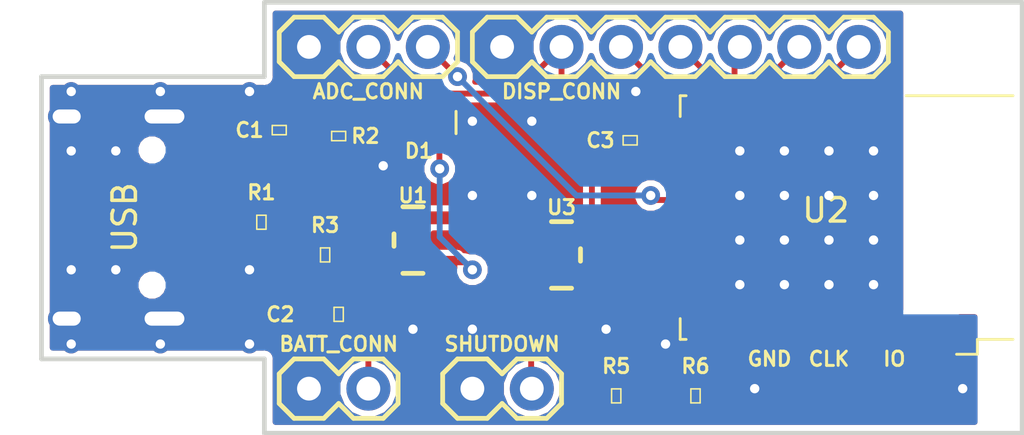
<source format=kicad_pcb>
(kicad_pcb (version 20171130) (host pcbnew "(5.0.1-3-g963ef8bb5)")

  (general
    (thickness 1.6)
    (drawings 8)
    (tracks 134)
    (zones 0)
    (modules 20)
    (nets 51)
  )

  (page A4)
  (layers
    (0 F.Cu signal)
    (31 B.Cu signal)
    (32 B.Adhes user)
    (33 F.Adhes user)
    (34 B.Paste user)
    (35 F.Paste user)
    (36 B.SilkS user)
    (37 F.SilkS user)
    (38 B.Mask user)
    (39 F.Mask user)
    (40 Dwgs.User user)
    (41 Cmts.User user)
    (42 Eco1.User user)
    (43 Eco2.User user)
    (44 Edge.Cuts user)
    (45 Margin user)
    (46 B.CrtYd user)
    (47 F.CrtYd user)
    (48 B.Fab user)
    (49 F.Fab user)
  )

  (setup
    (last_trace_width 0.25)
    (trace_clearance 0.2)
    (zone_clearance 0.254)
    (zone_45_only no)
    (trace_min 0.2)
    (segment_width 0.2)
    (edge_width 0.15)
    (via_size 0.8)
    (via_drill 0.4)
    (via_min_size 0.4)
    (via_min_drill 0.3)
    (uvia_size 0.3)
    (uvia_drill 0.1)
    (uvias_allowed no)
    (uvia_min_size 0.2)
    (uvia_min_drill 0.1)
    (pcb_text_width 0.3)
    (pcb_text_size 1.5 1.5)
    (mod_edge_width 0.15)
    (mod_text_size 1 1)
    (mod_text_width 0.15)
    (pad_size 1.88 1.88)
    (pad_drill 0)
    (pad_to_mask_clearance 0.051)
    (solder_mask_min_width 0.25)
    (aux_axis_origin 0 0)
    (visible_elements FFFFFF7F)
    (pcbplotparams
      (layerselection 0x010fc_ffffffff)
      (usegerberextensions false)
      (usegerberattributes false)
      (usegerberadvancedattributes false)
      (creategerberjobfile false)
      (excludeedgelayer true)
      (linewidth 0.100000)
      (plotframeref false)
      (viasonmask false)
      (mode 1)
      (useauxorigin false)
      (hpglpennumber 1)
      (hpglpenspeed 20)
      (hpglpendiameter 15.000000)
      (psnegative false)
      (psa4output false)
      (plotreference true)
      (plotvalue true)
      (plotinvisibletext false)
      (padsonsilk false)
      (subtractmaskfromsilk false)
      (outputformat 1)
      (mirror false)
      (drillshape 1)
      (scaleselection 1)
      (outputdirectory ""))
  )

  (net 0 "")
  (net 1 GND)
  (net 2 VCC)
  (net 3 "Net-(D1-PadA)")
  (net 4 "Net-(D1-PadC)")
  (net 5 /AIN0)
  (net 6 /MOSI)
  (net 7 /SCK)
  (net 8 /DC)
  (net 9 /RST)
  (net 10 /CS)
  (net 11 /SWDCLK)
  (net 12 /SWDIO)
  (net 13 "Net-(U2-Pad4)")
  (net 14 "Net-(U2-Pad7)")
  (net 15 "Net-(U2-Pad8)")
  (net 16 "Net-(U2-Pad9)")
  (net 17 "Net-(U2-Pad10)")
  (net 18 "Net-(U2-Pad11)")
  (net 19 "Net-(U2-Pad12)")
  (net 20 "Net-(U2-Pad13)")
  (net 21 "Net-(U2-Pad14)")
  (net 22 "Net-(U2-Pad15)")
  (net 23 "Net-(U2-Pad17)")
  (net 24 "Net-(U2-Pad18)")
  (net 25 "Net-(U2-Pad19)")
  (net 26 "Net-(U2-Pad20)")
  (net 27 "Net-(U2-Pad21)")
  (net 28 /AIN1)
  (net 29 "Net-(U2-Pad24)")
  (net 30 "Net-(U2-Pad25)")
  (net 31 "Net-(U2-Pad33)")
  (net 32 "Net-(U2-Pad34)")
  (net 33 "Net-(U2-Pad35)")
  (net 34 V_USB)
  (net 35 V_BATT)
  (net 36 /CC)
  (net 37 "Net-(R3-Pad1)")
  (net 38 "Net-(U3-Pad4)")
  (net 39 "Net-(USB1-Pad6)")
  (net 40 "Net-(USB1-Pad7)")
  (net 41 "Net-(USB1-Pad8)")
  (net 42 "Net-(USB1-Pad5)")
  (net 43 "Net-(USB1-Pad9)")
  (net 44 "Net-(USB1-Pad3)")
  (net 45 "Net-(J4-Pad1)")
  (net 46 "Net-(U2-Pad2)")
  (net 47 "Net-(U2-Pad3)")
  (net 48 "Net-(U2-Pad36)")
  (net 49 "Net-(U2-Pad37)")
  (net 50 "Net-(U2-Pad38)")

  (net_class Default "This is the default net class."
    (clearance 0.2)
    (trace_width 0.25)
    (via_dia 0.8)
    (via_drill 0.4)
    (uvia_dia 0.3)
    (uvia_drill 0.1)
    (add_net /AIN0)
    (add_net /AIN1)
    (add_net /CC)
    (add_net /CS)
    (add_net /DC)
    (add_net /MOSI)
    (add_net /RST)
    (add_net /SCK)
    (add_net /SWDCLK)
    (add_net /SWDIO)
    (add_net GND)
    (add_net "Net-(D1-PadA)")
    (add_net "Net-(D1-PadC)")
    (add_net "Net-(J4-Pad1)")
    (add_net "Net-(R3-Pad1)")
    (add_net "Net-(U2-Pad10)")
    (add_net "Net-(U2-Pad11)")
    (add_net "Net-(U2-Pad12)")
    (add_net "Net-(U2-Pad13)")
    (add_net "Net-(U2-Pad14)")
    (add_net "Net-(U2-Pad15)")
    (add_net "Net-(U2-Pad17)")
    (add_net "Net-(U2-Pad18)")
    (add_net "Net-(U2-Pad19)")
    (add_net "Net-(U2-Pad2)")
    (add_net "Net-(U2-Pad20)")
    (add_net "Net-(U2-Pad21)")
    (add_net "Net-(U2-Pad24)")
    (add_net "Net-(U2-Pad25)")
    (add_net "Net-(U2-Pad3)")
    (add_net "Net-(U2-Pad33)")
    (add_net "Net-(U2-Pad34)")
    (add_net "Net-(U2-Pad35)")
    (add_net "Net-(U2-Pad36)")
    (add_net "Net-(U2-Pad37)")
    (add_net "Net-(U2-Pad38)")
    (add_net "Net-(U2-Pad4)")
    (add_net "Net-(U2-Pad7)")
    (add_net "Net-(U2-Pad8)")
    (add_net "Net-(U2-Pad9)")
    (add_net "Net-(U3-Pad4)")
    (add_net "Net-(USB1-Pad3)")
    (add_net "Net-(USB1-Pad5)")
    (add_net "Net-(USB1-Pad6)")
    (add_net "Net-(USB1-Pad7)")
    (add_net "Net-(USB1-Pad8)")
    (add_net "Net-(USB1-Pad9)")
    (add_net VCC)
    (add_net V_BATT)
    (add_net V_USB)
  )

  (module deps:HRO-TYPE-C-31-M-12-HandSoldering_modified (layer F.Cu) (tedit 5C6ED590) (tstamp 5C6EE147)
    (at 209.296 131.752863 270)
    (path /5C70619C)
    (attr smd)
    (fp_text reference USB (at 0 -5.08 270) (layer F.SilkS)
      (effects (font (size 1 1) (thickness 0.15)))
    )
    (fp_text value HRO-TYPE-C-31-M-12 (at 0 1.15 270) (layer Dwgs.User) hide
      (effects (font (size 1 1) (thickness 0.15)))
    )
    (fp_line (start -4.47 -7.3) (end 4.47 -7.3) (layer Dwgs.User) (width 0.15))
    (fp_line (start 4.47 0) (end 4.47 -7.3) (layer Dwgs.User) (width 0.15))
    (fp_line (start -4.47 0) (end -4.47 -7.3) (layer Dwgs.User) (width 0.15))
    (fp_line (start -4.47 0) (end 4.47 0) (layer Dwgs.User) (width 0.15))
    (pad 13 thru_hole oval (at 4.32 -2.6 270) (size 1 1.6) (drill oval 0.6 1.2) (layers *.Cu *.Mask)
      (net 1 GND))
    (pad 13 thru_hole oval (at -4.32 -2.6 270) (size 1 1.6) (drill oval 0.6 1.2) (layers *.Cu *.Mask)
      (net 1 GND))
    (pad 13 thru_hole oval (at 4.32 -6.78 270) (size 1 2.1) (drill oval 0.6 1.7) (layers *.Cu *.Mask)
      (net 1 GND))
    (pad 13 thru_hole oval (at -4.32 -6.78 270) (size 1 2.1) (drill oval 0.6 1.7) (layers *.Cu *.Mask)
      (net 1 GND))
    (pad "" np_thru_hole circle (at -2.89 -6.25 270) (size 0.65 0.65) (drill 0.65) (layers *.Cu *.Mask))
    (pad "" np_thru_hole circle (at 2.89 -6.25 270) (size 0.65 0.65) (drill 0.65) (layers *.Cu *.Mask))
    (pad 6 smd rect (at -0.25 -8.195 270) (size 0.3 2.45) (layers F.Cu F.Paste F.Mask)
      (net 39 "Net-(USB1-Pad6)"))
    (pad 7 smd rect (at 0.25 -8.195 270) (size 0.3 2.45) (layers F.Cu F.Paste F.Mask)
      (net 40 "Net-(USB1-Pad7)"))
    (pad 8 smd rect (at 0.75 -8.195 270) (size 0.3 2.45) (layers F.Cu F.Paste F.Mask)
      (net 41 "Net-(USB1-Pad8)"))
    (pad 5 smd rect (at -0.75 -8.195 270) (size 0.3 2.45) (layers F.Cu F.Paste F.Mask)
      (net 42 "Net-(USB1-Pad5)"))
    (pad 9 smd rect (at 1.25 -8.195 270) (size 0.3 2.45) (layers F.Cu F.Paste F.Mask)
      (net 43 "Net-(USB1-Pad9)"))
    (pad 4 smd rect (at -1.25 -8.195 270) (size 0.3 2.45) (layers F.Cu F.Paste F.Mask)
      (net 36 /CC))
    (pad 10 smd rect (at 1.75 -8.195 270) (size 0.3 2.45) (layers F.Cu F.Paste F.Mask)
      (net 36 /CC))
    (pad 3 smd rect (at -1.75 -8.195 270) (size 0.3 2.45) (layers F.Cu F.Paste F.Mask)
      (net 44 "Net-(USB1-Pad3)"))
    (pad 2 smd rect (at -2.45 -8.195 270) (size 0.6 2.45) (layers F.Cu F.Paste F.Mask)
      (net 34 V_USB))
    (pad 11 smd rect (at 2.45 -8.195 270) (size 0.6 2.45) (layers F.Cu F.Paste F.Mask)
      (net 34 V_USB))
    (pad 1 smd rect (at -3.225 -8.195 270) (size 0.6 2.45) (layers F.Cu F.Paste F.Mask)
      (net 1 GND))
    (pad 12 smd rect (at 3.225 -8.195 270) (size 0.6 2.45) (layers F.Cu F.Paste F.Mask)
      (net 1 GND))
  )

  (module 1X02 (layer F.Cu) (tedit 5C6ED133) (tstamp 5C6D35E5)
    (at 231.775 139.065 180)
    (descr "PLATED THROUGH HOLE")
    (tags "PLATED THROUGH HOLE")
    (path /5C6D529F)
    (attr virtual)
    (fp_text reference J4 (at 0 -1.905 180) (layer F.SilkS) hide
      (effects (font (size 0.6096 0.6096) (thickness 0.127)))
    )
    (fp_text value SHUTDOWN (at 1.27 1.905 180) (layer F.SilkS)
      (effects (font (size 0.6096 0.6096) (thickness 0.127)))
    )
    (fp_line (start 3.81 -0.635) (end 3.81 0.635) (layer F.SilkS) (width 0.2032))
    (fp_line (start 0.635 1.27) (end -0.635 1.27) (layer F.SilkS) (width 0.2032))
    (fp_line (start -1.27 0.635) (end -0.635 1.27) (layer F.SilkS) (width 0.2032))
    (fp_line (start -0.635 -1.27) (end -1.27 -0.635) (layer F.SilkS) (width 0.2032))
    (fp_line (start -1.27 -0.635) (end -1.27 0.635) (layer F.SilkS) (width 0.2032))
    (fp_line (start 1.905 1.27) (end 1.27 0.635) (layer F.SilkS) (width 0.2032))
    (fp_line (start 3.175 1.27) (end 1.905 1.27) (layer F.SilkS) (width 0.2032))
    (fp_line (start 3.81 0.635) (end 3.175 1.27) (layer F.SilkS) (width 0.2032))
    (fp_line (start 3.175 -1.27) (end 3.81 -0.635) (layer F.SilkS) (width 0.2032))
    (fp_line (start 1.905 -1.27) (end 3.175 -1.27) (layer F.SilkS) (width 0.2032))
    (fp_line (start 1.27 -0.635) (end 1.905 -1.27) (layer F.SilkS) (width 0.2032))
    (fp_line (start 1.27 0.635) (end 0.635 1.27) (layer F.SilkS) (width 0.2032))
    (fp_line (start 0.635 -1.27) (end 1.27 -0.635) (layer F.SilkS) (width 0.2032))
    (fp_line (start -0.635 -1.27) (end 0.635 -1.27) (layer F.SilkS) (width 0.2032))
    (pad 2 thru_hole circle (at 2.54 0 180) (size 1.8796 1.8796) (drill 1.016) (layers *.Cu *.Mask)
      (net 1 GND) (solder_mask_margin 0.1016))
    (pad 1 thru_hole circle (at 0 0 180) (size 1.8796 1.8796) (drill 1.016) (layers *.Cu *.Mask)
      (net 45 "Net-(J4-Pad1)") (solder_mask_margin 0.1016))
  )

  (module 0603 (layer F.Cu) (tedit 5C6ED037) (tstamp 5C6F3985)
    (at 220.98 128.016 90)
    (descr "GENERIC 1608 (0603) PACKAGE")
    (tags "GENERIC 1608 (0603) PACKAGE")
    (path /5C682122)
    (attr smd)
    (fp_text reference C1 (at 0 -1.27 180) (layer F.SilkS)
      (effects (font (size 0.6096 0.6096) (thickness 0.127)))
    )
    (fp_text value 4.7UF (at 0 1.27 90) (layer F.SilkS) hide
      (effects (font (size 0.6096 0.6096) (thickness 0.127)))
    )
    (fp_line (start -0.8382 0.4699) (end -0.33782 0.4699) (layer Dwgs.User) (width 0.06604))
    (fp_line (start -0.33782 0.4699) (end -0.33782 -0.48006) (layer Dwgs.User) (width 0.06604))
    (fp_line (start -0.8382 -0.48006) (end -0.33782 -0.48006) (layer Dwgs.User) (width 0.06604))
    (fp_line (start -0.8382 0.4699) (end -0.8382 -0.48006) (layer Dwgs.User) (width 0.06604))
    (fp_line (start 0.3302 0.4699) (end 0.82804 0.4699) (layer Dwgs.User) (width 0.06604))
    (fp_line (start 0.82804 0.4699) (end 0.82804 -0.48006) (layer Dwgs.User) (width 0.06604))
    (fp_line (start 0.3302 -0.48006) (end 0.82804 -0.48006) (layer Dwgs.User) (width 0.06604))
    (fp_line (start 0.3302 0.4699) (end 0.3302 -0.48006) (layer Dwgs.User) (width 0.06604))
    (fp_line (start -0.19812 0.29972) (end 0.19812 0.29972) (layer F.SilkS) (width 0.06604))
    (fp_line (start 0.19812 0.29972) (end 0.19812 -0.29972) (layer F.SilkS) (width 0.06604))
    (fp_line (start -0.19812 -0.29972) (end 0.19812 -0.29972) (layer F.SilkS) (width 0.06604))
    (fp_line (start -0.19812 0.29972) (end -0.19812 -0.29972) (layer F.SilkS) (width 0.06604))
    (fp_line (start -1.59766 -0.6985) (end 1.59766 -0.6985) (layer F.CrtYd) (width 0.0508))
    (fp_line (start 1.59766 -0.6985) (end 1.59766 0.6985) (layer F.CrtYd) (width 0.0508))
    (fp_line (start 1.59766 0.6985) (end -1.59766 0.6985) (layer F.CrtYd) (width 0.0508))
    (fp_line (start -1.59766 0.6985) (end -1.59766 -0.6985) (layer F.CrtYd) (width 0.0508))
    (fp_line (start -0.3556 -0.4318) (end 0.3556 -0.4318) (layer Dwgs.User) (width 0.1016))
    (fp_line (start -0.3556 0.41656) (end 0.3556 0.41656) (layer Dwgs.User) (width 0.1016))
    (pad 1 smd rect (at -0.84836 0 90) (size 1.09982 0.99822) (layers F.Cu F.Paste F.Mask)
      (net 34 V_USB) (solder_mask_margin 0.1016))
    (pad 2 smd rect (at 0.84836 0 90) (size 1.09982 0.99822) (layers F.Cu F.Paste F.Mask)
      (net 1 GND) (solder_mask_margin 0.1016))
  )

  (module 0603 (layer F.Cu) (tedit 5C6ED15E) (tstamp 5C72BD2E)
    (at 223.52 135.89 180)
    (descr "GENERIC 1608 (0603) PACKAGE")
    (tags "GENERIC 1608 (0603) PACKAGE")
    (path /5C68C829)
    (attr smd)
    (fp_text reference C2 (at 2.491605 -0.004074 180) (layer F.SilkS)
      (effects (font (size 0.6096 0.6096) (thickness 0.127)))
    )
    (fp_text value 4.7UF (at 0 1.27 180) (layer F.SilkS) hide
      (effects (font (size 0.6096 0.6096) (thickness 0.127)))
    )
    (fp_line (start -0.3556 0.41656) (end 0.3556 0.41656) (layer Dwgs.User) (width 0.1016))
    (fp_line (start -0.3556 -0.4318) (end 0.3556 -0.4318) (layer Dwgs.User) (width 0.1016))
    (fp_line (start -1.59766 0.6985) (end -1.59766 -0.6985) (layer F.CrtYd) (width 0.0508))
    (fp_line (start 1.59766 0.6985) (end -1.59766 0.6985) (layer F.CrtYd) (width 0.0508))
    (fp_line (start 1.59766 -0.6985) (end 1.59766 0.6985) (layer F.CrtYd) (width 0.0508))
    (fp_line (start -1.59766 -0.6985) (end 1.59766 -0.6985) (layer F.CrtYd) (width 0.0508))
    (fp_line (start -0.19812 0.29972) (end -0.19812 -0.29972) (layer F.SilkS) (width 0.06604))
    (fp_line (start -0.19812 -0.29972) (end 0.19812 -0.29972) (layer F.SilkS) (width 0.06604))
    (fp_line (start 0.19812 0.29972) (end 0.19812 -0.29972) (layer F.SilkS) (width 0.06604))
    (fp_line (start -0.19812 0.29972) (end 0.19812 0.29972) (layer F.SilkS) (width 0.06604))
    (fp_line (start 0.3302 0.4699) (end 0.3302 -0.48006) (layer Dwgs.User) (width 0.06604))
    (fp_line (start 0.3302 -0.48006) (end 0.82804 -0.48006) (layer Dwgs.User) (width 0.06604))
    (fp_line (start 0.82804 0.4699) (end 0.82804 -0.48006) (layer Dwgs.User) (width 0.06604))
    (fp_line (start 0.3302 0.4699) (end 0.82804 0.4699) (layer Dwgs.User) (width 0.06604))
    (fp_line (start -0.8382 0.4699) (end -0.8382 -0.48006) (layer Dwgs.User) (width 0.06604))
    (fp_line (start -0.8382 -0.48006) (end -0.33782 -0.48006) (layer Dwgs.User) (width 0.06604))
    (fp_line (start -0.33782 0.4699) (end -0.33782 -0.48006) (layer Dwgs.User) (width 0.06604))
    (fp_line (start -0.8382 0.4699) (end -0.33782 0.4699) (layer Dwgs.User) (width 0.06604))
    (pad 2 smd rect (at 0.84836 0 180) (size 1.09982 0.99822) (layers F.Cu F.Paste F.Mask)
      (net 1 GND) (solder_mask_margin 0.1016))
    (pad 1 smd rect (at -0.84836 0 180) (size 1.09982 0.99822) (layers F.Cu F.Paste F.Mask)
      (net 35 V_BATT) (solder_mask_margin 0.1016))
  )

  (module 0402 (layer F.Cu) (tedit 5C6ED13E) (tstamp 5C72BC9E)
    (at 235.977201 128.452864 90)
    (descr "GENERIC 1005 (0402) PACKAGE")
    (tags "GENERIC 1005 (0402) PACKAGE")
    (path /5C6DBCEB)
    (attr smd)
    (fp_text reference C3 (at 0 -1.27 180) (layer F.SilkS)
      (effects (font (size 0.6096 0.6096) (thickness 0.127)))
    )
    (fp_text value 1.0UF-0402-16V-10% (at 0 1.27 90) (layer F.SilkS) hide
      (effects (font (size 0.6096 0.6096) (thickness 0.127)))
    )
    (fp_line (start -1.19888 0.6477) (end -1.19888 -0.6477) (layer F.CrtYd) (width 0.0508))
    (fp_line (start 1.19888 0.6477) (end -1.19888 0.6477) (layer F.CrtYd) (width 0.0508))
    (fp_line (start 1.19888 -0.6477) (end 1.19888 0.6477) (layer F.CrtYd) (width 0.0508))
    (fp_line (start -1.19888 -0.6477) (end 1.19888 -0.6477) (layer F.CrtYd) (width 0.0508))
    (fp_line (start 0.26924 0.2286) (end -0.26924 0.2286) (layer Dwgs.User) (width 0.1524))
    (fp_line (start -0.26924 -0.2286) (end 0.26924 -0.2286) (layer Dwgs.User) (width 0.1524))
    (fp_line (start -0.19812 0.29972) (end -0.19812 -0.29972) (layer F.SilkS) (width 0.06604))
    (fp_line (start -0.19812 -0.29972) (end 0.19812 -0.29972) (layer F.SilkS) (width 0.06604))
    (fp_line (start 0.19812 0.29972) (end 0.19812 -0.29972) (layer F.SilkS) (width 0.06604))
    (fp_line (start -0.19812 0.29972) (end 0.19812 0.29972) (layer F.SilkS) (width 0.06604))
    (fp_line (start 0.25654 0.3048) (end 0.25654 -0.3048) (layer Dwgs.User) (width 0.06604))
    (fp_line (start 0.25654 -0.3048) (end 0.5588 -0.3048) (layer Dwgs.User) (width 0.06604))
    (fp_line (start 0.5588 0.3048) (end 0.5588 -0.3048) (layer Dwgs.User) (width 0.06604))
    (fp_line (start 0.25654 0.3048) (end 0.5588 0.3048) (layer Dwgs.User) (width 0.06604))
    (fp_line (start -0.55372 0.3048) (end -0.55372 -0.3048) (layer Dwgs.User) (width 0.06604))
    (fp_line (start -0.55372 -0.3048) (end -0.254 -0.3048) (layer Dwgs.User) (width 0.06604))
    (fp_line (start -0.254 0.3048) (end -0.254 -0.3048) (layer Dwgs.User) (width 0.06604))
    (fp_line (start -0.55372 0.3048) (end -0.254 0.3048) (layer Dwgs.User) (width 0.06604))
    (pad 2 smd rect (at 0.57912 0 90) (size 0.84836 0.89916) (layers F.Cu F.Paste F.Mask)
      (net 1 GND) (solder_mask_margin 0.1016))
    (pad 1 smd rect (at -0.57912 0 90) (size 0.84836 0.89916) (layers F.Cu F.Paste F.Mask)
      (net 2 VCC) (solder_mask_margin 0.1016))
  )

  (module LED:LED-0603 (layer F.Cu) (tedit 5C6ED0D3) (tstamp 5C72BC73)
    (at 226.949 127.69088)
    (descr "LED 0603 SMT")
    (tags "LED 0603 SMT")
    (path /5C678638)
    (attr smd)
    (fp_text reference D1 (at 0 1.21412) (layer F.SilkS)
      (effects (font (size 0.6096 0.6096) (thickness 0.127)))
    )
    (fp_text value LED-BLUE0603 (at 0 1.016) (layer F.SilkS) hide
      (effects (font (size 0.6096 0.6096) (thickness 0.127)))
    )
    (fp_line (start 1.5875 -0.47498) (end 1.5875 0.47498) (layer F.SilkS) (width 0.127))
    (fp_line (start 0.15748 -0.47498) (end 0.15748 0) (layer Dwgs.User) (width 0.127))
    (fp_line (start 0.15748 0) (end 0.15748 0.47498) (layer Dwgs.User) (width 0.127))
    (fp_line (start 0.15748 0) (end -0.15748 -0.3175) (layer Dwgs.User) (width 0.127))
    (fp_line (start 0.15748 0) (end -0.15748 0.3175) (layer Dwgs.User) (width 0.127))
    (pad A smd rect (at -0.8763 0 270) (size 0.99822 0.99822) (layers F.Cu F.Paste F.Mask)
      (net 3 "Net-(D1-PadA)") (solder_mask_margin 0.1016))
    (pad C smd rect (at 0.8763 0 270) (size 0.99822 0.99822) (layers F.Cu F.Paste F.Mask)
      (net 4 "Net-(D1-PadC)") (solder_mask_margin 0.1016))
  )

  (module Connectors:1X03 (layer F.Cu) (tedit 5C6ED0BD) (tstamp 5C72BC1D)
    (at 222.25 124.46)
    (descr "PLATED THROUGH HOLE - 3 PIN")
    (tags "PLATED THROUGH HOLE - 3 PIN")
    (path /5C67145A)
    (attr virtual)
    (fp_text reference J1 (at 0 -1.905) (layer F.SilkS) hide
      (effects (font (size 0.6096 0.6096) (thickness 0.127)))
    )
    (fp_text value ADC_CONN (at 2.54 1.905) (layer F.SilkS)
      (effects (font (size 0.6096 0.6096) (thickness 0.127)))
    )
    (fp_line (start 4.826 0.254) (end 5.334 0.254) (layer Dwgs.User) (width 0.06604))
    (fp_line (start 5.334 0.254) (end 5.334 -0.254) (layer Dwgs.User) (width 0.06604))
    (fp_line (start 4.826 -0.254) (end 5.334 -0.254) (layer Dwgs.User) (width 0.06604))
    (fp_line (start 4.826 0.254) (end 4.826 -0.254) (layer Dwgs.User) (width 0.06604))
    (fp_line (start 2.286 0.254) (end 2.794 0.254) (layer Dwgs.User) (width 0.06604))
    (fp_line (start 2.794 0.254) (end 2.794 -0.254) (layer Dwgs.User) (width 0.06604))
    (fp_line (start 2.286 -0.254) (end 2.794 -0.254) (layer Dwgs.User) (width 0.06604))
    (fp_line (start 2.286 0.254) (end 2.286 -0.254) (layer Dwgs.User) (width 0.06604))
    (fp_line (start -0.254 0.254) (end 0.254 0.254) (layer Dwgs.User) (width 0.06604))
    (fp_line (start 0.254 0.254) (end 0.254 -0.254) (layer Dwgs.User) (width 0.06604))
    (fp_line (start -0.254 -0.254) (end 0.254 -0.254) (layer Dwgs.User) (width 0.06604))
    (fp_line (start -0.254 0.254) (end -0.254 -0.254) (layer Dwgs.User) (width 0.06604))
    (fp_line (start 3.81 -0.635) (end 4.445 -1.27) (layer F.SilkS) (width 0.2032))
    (fp_line (start 4.445 -1.27) (end 5.715 -1.27) (layer F.SilkS) (width 0.2032))
    (fp_line (start 5.715 -1.27) (end 6.35 -0.635) (layer F.SilkS) (width 0.2032))
    (fp_line (start 6.35 0.635) (end 5.715 1.27) (layer F.SilkS) (width 0.2032))
    (fp_line (start 5.715 1.27) (end 4.445 1.27) (layer F.SilkS) (width 0.2032))
    (fp_line (start 4.445 1.27) (end 3.81 0.635) (layer F.SilkS) (width 0.2032))
    (fp_line (start -0.635 -1.27) (end 0.635 -1.27) (layer F.SilkS) (width 0.2032))
    (fp_line (start 0.635 -1.27) (end 1.27 -0.635) (layer F.SilkS) (width 0.2032))
    (fp_line (start 1.27 0.635) (end 0.635 1.27) (layer F.SilkS) (width 0.2032))
    (fp_line (start 1.27 -0.635) (end 1.905 -1.27) (layer F.SilkS) (width 0.2032))
    (fp_line (start 1.905 -1.27) (end 3.175 -1.27) (layer F.SilkS) (width 0.2032))
    (fp_line (start 3.175 -1.27) (end 3.81 -0.635) (layer F.SilkS) (width 0.2032))
    (fp_line (start 3.81 0.635) (end 3.175 1.27) (layer F.SilkS) (width 0.2032))
    (fp_line (start 3.175 1.27) (end 1.905 1.27) (layer F.SilkS) (width 0.2032))
    (fp_line (start 1.905 1.27) (end 1.27 0.635) (layer F.SilkS) (width 0.2032))
    (fp_line (start -1.27 -0.635) (end -1.27 0.635) (layer F.SilkS) (width 0.2032))
    (fp_line (start -0.635 -1.27) (end -1.27 -0.635) (layer F.SilkS) (width 0.2032))
    (fp_line (start -1.27 0.635) (end -0.635 1.27) (layer F.SilkS) (width 0.2032))
    (fp_line (start 0.635 1.27) (end -0.635 1.27) (layer F.SilkS) (width 0.2032))
    (fp_line (start 6.35 -0.635) (end 6.35 0.635) (layer F.SilkS) (width 0.2032))
    (pad 1 thru_hole circle (at 0 0) (size 1.8796 1.8796) (drill 1.016) (layers *.Cu *.Mask)
      (net 1 GND) (solder_mask_margin 0.1016))
    (pad 2 thru_hole circle (at 2.54 0) (size 1.8796 1.8796) (drill 1.016) (layers *.Cu *.Mask)
      (net 2 VCC) (solder_mask_margin 0.1016))
    (pad 3 thru_hole circle (at 5.08 0) (size 1.8796 1.8796) (drill 1.016) (layers *.Cu *.Mask)
      (net 5 /AIN0) (solder_mask_margin 0.1016))
  )

  (module Connectors:1X07 (layer F.Cu) (tedit 5C6ED146) (tstamp 5C72BB22)
    (at 230.505 124.46)
    (descr "PLATED THROUGH HOLE -7 PIN")
    (tags "PLATED THROUGH HOLE -7 PIN")
    (path /5C698E35)
    (attr virtual)
    (fp_text reference J2 (at 0 -1.905) (layer F.SilkS) hide
      (effects (font (size 0.6096 0.6096) (thickness 0.127)))
    )
    (fp_text value DISP_CONN (at 2.54 1.905) (layer F.SilkS)
      (effects (font (size 0.6096 0.6096) (thickness 0.127)))
    )
    (fp_line (start 14.605 -1.27) (end 15.875 -1.27) (layer F.SilkS) (width 0.2032))
    (fp_line (start 15.875 -1.27) (end 16.51 -0.635) (layer F.SilkS) (width 0.2032))
    (fp_line (start 16.51 0.635) (end 15.875 1.27) (layer F.SilkS) (width 0.2032))
    (fp_line (start 11.43 -0.635) (end 12.065 -1.27) (layer F.SilkS) (width 0.2032))
    (fp_line (start 12.065 -1.27) (end 13.335 -1.27) (layer F.SilkS) (width 0.2032))
    (fp_line (start 13.335 -1.27) (end 13.97 -0.635) (layer F.SilkS) (width 0.2032))
    (fp_line (start 13.97 0.635) (end 13.335 1.27) (layer F.SilkS) (width 0.2032))
    (fp_line (start 13.335 1.27) (end 12.065 1.27) (layer F.SilkS) (width 0.2032))
    (fp_line (start 12.065 1.27) (end 11.43 0.635) (layer F.SilkS) (width 0.2032))
    (fp_line (start 14.605 -1.27) (end 13.97 -0.635) (layer F.SilkS) (width 0.2032))
    (fp_line (start 13.97 0.635) (end 14.605 1.27) (layer F.SilkS) (width 0.2032))
    (fp_line (start 15.875 1.27) (end 14.605 1.27) (layer F.SilkS) (width 0.2032))
    (fp_line (start 6.985 -1.27) (end 8.255 -1.27) (layer F.SilkS) (width 0.2032))
    (fp_line (start 8.255 -1.27) (end 8.89 -0.635) (layer F.SilkS) (width 0.2032))
    (fp_line (start 8.89 0.635) (end 8.255 1.27) (layer F.SilkS) (width 0.2032))
    (fp_line (start 8.89 -0.635) (end 9.525 -1.27) (layer F.SilkS) (width 0.2032))
    (fp_line (start 9.525 -1.27) (end 10.795 -1.27) (layer F.SilkS) (width 0.2032))
    (fp_line (start 10.795 -1.27) (end 11.43 -0.635) (layer F.SilkS) (width 0.2032))
    (fp_line (start 11.43 0.635) (end 10.795 1.27) (layer F.SilkS) (width 0.2032))
    (fp_line (start 10.795 1.27) (end 9.525 1.27) (layer F.SilkS) (width 0.2032))
    (fp_line (start 9.525 1.27) (end 8.89 0.635) (layer F.SilkS) (width 0.2032))
    (fp_line (start 3.81 -0.635) (end 4.445 -1.27) (layer F.SilkS) (width 0.2032))
    (fp_line (start 4.445 -1.27) (end 5.715 -1.27) (layer F.SilkS) (width 0.2032))
    (fp_line (start 5.715 -1.27) (end 6.35 -0.635) (layer F.SilkS) (width 0.2032))
    (fp_line (start 6.35 0.635) (end 5.715 1.27) (layer F.SilkS) (width 0.2032))
    (fp_line (start 5.715 1.27) (end 4.445 1.27) (layer F.SilkS) (width 0.2032))
    (fp_line (start 4.445 1.27) (end 3.81 0.635) (layer F.SilkS) (width 0.2032))
    (fp_line (start 6.985 -1.27) (end 6.35 -0.635) (layer F.SilkS) (width 0.2032))
    (fp_line (start 6.35 0.635) (end 6.985 1.27) (layer F.SilkS) (width 0.2032))
    (fp_line (start 8.255 1.27) (end 6.985 1.27) (layer F.SilkS) (width 0.2032))
    (fp_line (start -0.635 -1.27) (end 0.635 -1.27) (layer F.SilkS) (width 0.2032))
    (fp_line (start 0.635 -1.27) (end 1.27 -0.635) (layer F.SilkS) (width 0.2032))
    (fp_line (start 1.27 0.635) (end 0.635 1.27) (layer F.SilkS) (width 0.2032))
    (fp_line (start 1.27 -0.635) (end 1.905 -1.27) (layer F.SilkS) (width 0.2032))
    (fp_line (start 1.905 -1.27) (end 3.175 -1.27) (layer F.SilkS) (width 0.2032))
    (fp_line (start 3.175 -1.27) (end 3.81 -0.635) (layer F.SilkS) (width 0.2032))
    (fp_line (start 3.81 0.635) (end 3.175 1.27) (layer F.SilkS) (width 0.2032))
    (fp_line (start 3.175 1.27) (end 1.905 1.27) (layer F.SilkS) (width 0.2032))
    (fp_line (start 1.905 1.27) (end 1.27 0.635) (layer F.SilkS) (width 0.2032))
    (fp_line (start -1.27 -0.635) (end -1.27 0.635) (layer F.SilkS) (width 0.2032))
    (fp_line (start -0.635 -1.27) (end -1.27 -0.635) (layer F.SilkS) (width 0.2032))
    (fp_line (start -1.27 0.635) (end -0.635 1.27) (layer F.SilkS) (width 0.2032))
    (fp_line (start 0.635 1.27) (end -0.635 1.27) (layer F.SilkS) (width 0.2032))
    (fp_line (start 16.51 -0.635) (end 16.51 0.635) (layer F.SilkS) (width 0.2032))
    (pad 1 thru_hole circle (at 0 0) (size 1.8796 1.8796) (drill 1.016) (layers *.Cu *.Mask)
      (net 1 GND) (solder_mask_margin 0.1016))
    (pad 2 thru_hole circle (at 2.54 0) (size 1.8796 1.8796) (drill 1.016) (layers *.Cu *.Mask)
      (net 2 VCC) (solder_mask_margin 0.1016))
    (pad 3 thru_hole circle (at 5.08 0) (size 1.8796 1.8796) (drill 1.016) (layers *.Cu *.Mask)
      (net 6 /MOSI) (solder_mask_margin 0.1016))
    (pad 4 thru_hole circle (at 7.62 0) (size 1.8796 1.8796) (drill 1.016) (layers *.Cu *.Mask)
      (net 7 /SCK) (solder_mask_margin 0.1016))
    (pad 5 thru_hole circle (at 10.16 0) (size 1.8796 1.8796) (drill 1.016) (layers *.Cu *.Mask)
      (net 8 /DC) (solder_mask_margin 0.1016))
    (pad 6 thru_hole circle (at 12.7 0) (size 1.8796 1.8796) (drill 1.016) (layers *.Cu *.Mask)
      (net 9 /RST) (solder_mask_margin 0.1016))
    (pad 7 thru_hole circle (at 15.24 0) (size 1.8796 1.8796) (drill 1.016) (layers *.Cu *.Mask)
      (net 10 /CS) (solder_mask_margin 0.1016))
  )

  (module 1X02 (layer F.Cu) (tedit 5C6ED049) (tstamp 5C72BAC6)
    (at 222.25 139.065)
    (descr "PLATED THROUGH HOLE")
    (tags "PLATED THROUGH HOLE")
    (path /5C6E4711)
    (attr virtual)
    (fp_text reference J3 (at 0 -1.905) (layer F.SilkS) hide
      (effects (font (size 0.6096 0.6096) (thickness 0.127)))
    )
    (fp_text value BATT_CONN (at 1.27 -1.905) (layer F.SilkS)
      (effects (font (size 0.6096 0.6096) (thickness 0.127)))
    )
    (fp_line (start -0.635 -1.27) (end 0.635 -1.27) (layer F.SilkS) (width 0.2032))
    (fp_line (start 0.635 -1.27) (end 1.27 -0.635) (layer F.SilkS) (width 0.2032))
    (fp_line (start 1.27 0.635) (end 0.635 1.27) (layer F.SilkS) (width 0.2032))
    (fp_line (start 1.27 -0.635) (end 1.905 -1.27) (layer F.SilkS) (width 0.2032))
    (fp_line (start 1.905 -1.27) (end 3.175 -1.27) (layer F.SilkS) (width 0.2032))
    (fp_line (start 3.175 -1.27) (end 3.81 -0.635) (layer F.SilkS) (width 0.2032))
    (fp_line (start 3.81 0.635) (end 3.175 1.27) (layer F.SilkS) (width 0.2032))
    (fp_line (start 3.175 1.27) (end 1.905 1.27) (layer F.SilkS) (width 0.2032))
    (fp_line (start 1.905 1.27) (end 1.27 0.635) (layer F.SilkS) (width 0.2032))
    (fp_line (start -1.27 -0.635) (end -1.27 0.635) (layer F.SilkS) (width 0.2032))
    (fp_line (start -0.635 -1.27) (end -1.27 -0.635) (layer F.SilkS) (width 0.2032))
    (fp_line (start -1.27 0.635) (end -0.635 1.27) (layer F.SilkS) (width 0.2032))
    (fp_line (start 0.635 1.27) (end -0.635 1.27) (layer F.SilkS) (width 0.2032))
    (fp_line (start 3.81 -0.635) (end 3.81 0.635) (layer F.SilkS) (width 0.2032))
    (pad 1 thru_hole circle (at 0 0) (size 1.8796 1.8796) (drill 1.016) (layers *.Cu *.Mask)
      (net 1 GND) (solder_mask_margin 0.1016))
    (pad 2 thru_hole circle (at 2.54 0) (size 1.8796 1.8796) (drill 1.016) (layers *.Cu *.Mask)
      (net 35 V_BATT) (solder_mask_margin 0.1016))
  )

  (module 0402 (layer F.Cu) (tedit 5C6ED02D) (tstamp 5C72BA85)
    (at 220.218 131.953)
    (descr "GENERIC 1005 (0402) PACKAGE")
    (tags "GENERIC 1005 (0402) PACKAGE")
    (path /5C73F5EC)
    (attr smd)
    (fp_text reference R1 (at 0 -1.27) (layer F.SilkS)
      (effects (font (size 0.6096 0.6096) (thickness 0.127)))
    )
    (fp_text value 5.1K (at 0 1.27) (layer F.SilkS) hide
      (effects (font (size 0.6096 0.6096) (thickness 0.127)))
    )
    (fp_line (start -0.55372 0.3048) (end -0.254 0.3048) (layer Dwgs.User) (width 0.06604))
    (fp_line (start -0.254 0.3048) (end -0.254 -0.3048) (layer Dwgs.User) (width 0.06604))
    (fp_line (start -0.55372 -0.3048) (end -0.254 -0.3048) (layer Dwgs.User) (width 0.06604))
    (fp_line (start -0.55372 0.3048) (end -0.55372 -0.3048) (layer Dwgs.User) (width 0.06604))
    (fp_line (start 0.25654 0.3048) (end 0.5588 0.3048) (layer Dwgs.User) (width 0.06604))
    (fp_line (start 0.5588 0.3048) (end 0.5588 -0.3048) (layer Dwgs.User) (width 0.06604))
    (fp_line (start 0.25654 -0.3048) (end 0.5588 -0.3048) (layer Dwgs.User) (width 0.06604))
    (fp_line (start 0.25654 0.3048) (end 0.25654 -0.3048) (layer Dwgs.User) (width 0.06604))
    (fp_line (start -0.19812 0.29972) (end 0.19812 0.29972) (layer F.SilkS) (width 0.06604))
    (fp_line (start 0.19812 0.29972) (end 0.19812 -0.29972) (layer F.SilkS) (width 0.06604))
    (fp_line (start -0.19812 -0.29972) (end 0.19812 -0.29972) (layer F.SilkS) (width 0.06604))
    (fp_line (start -0.19812 0.29972) (end -0.19812 -0.29972) (layer F.SilkS) (width 0.06604))
    (fp_line (start -0.26924 -0.2286) (end 0.26924 -0.2286) (layer Dwgs.User) (width 0.1524))
    (fp_line (start 0.26924 0.2286) (end -0.26924 0.2286) (layer Dwgs.User) (width 0.1524))
    (fp_line (start -1.19888 -0.6477) (end 1.19888 -0.6477) (layer F.CrtYd) (width 0.0508))
    (fp_line (start 1.19888 -0.6477) (end 1.19888 0.6477) (layer F.CrtYd) (width 0.0508))
    (fp_line (start 1.19888 0.6477) (end -1.19888 0.6477) (layer F.CrtYd) (width 0.0508))
    (fp_line (start -1.19888 0.6477) (end -1.19888 -0.6477) (layer F.CrtYd) (width 0.0508))
    (pad 1 smd rect (at -0.57912 0) (size 0.84836 0.89916) (layers F.Cu F.Paste F.Mask)
      (net 36 /CC) (solder_mask_margin 0.1016))
    (pad 2 smd rect (at 0.57912 0) (size 0.84836 0.89916) (layers F.Cu F.Paste F.Mask)
      (net 1 GND) (solder_mask_margin 0.1016))
  )

  (module 0402 (layer F.Cu) (tedit 5C6ED0CB) (tstamp 5C6DA765)
    (at 223.52 128.27 270)
    (descr "GENERIC 1005 (0402) PACKAGE")
    (tags "GENERIC 1005 (0402) PACKAGE")
    (path /5C6794AE)
    (attr smd)
    (fp_text reference R2 (at 0 -1.143) (layer F.SilkS)
      (effects (font (size 0.6096 0.6096) (thickness 0.127)))
    )
    (fp_text value RESISTOR0402 (at 0 1.27 270) (layer F.SilkS) hide
      (effects (font (size 0.6096 0.6096) (thickness 0.127)))
    )
    (fp_line (start -0.55372 0.3048) (end -0.254 0.3048) (layer Dwgs.User) (width 0.06604))
    (fp_line (start -0.254 0.3048) (end -0.254 -0.3048) (layer Dwgs.User) (width 0.06604))
    (fp_line (start -0.55372 -0.3048) (end -0.254 -0.3048) (layer Dwgs.User) (width 0.06604))
    (fp_line (start -0.55372 0.3048) (end -0.55372 -0.3048) (layer Dwgs.User) (width 0.06604))
    (fp_line (start 0.25654 0.3048) (end 0.5588 0.3048) (layer Dwgs.User) (width 0.06604))
    (fp_line (start 0.5588 0.3048) (end 0.5588 -0.3048) (layer Dwgs.User) (width 0.06604))
    (fp_line (start 0.25654 -0.3048) (end 0.5588 -0.3048) (layer Dwgs.User) (width 0.06604))
    (fp_line (start 0.25654 0.3048) (end 0.25654 -0.3048) (layer Dwgs.User) (width 0.06604))
    (fp_line (start -0.19812 0.29972) (end 0.19812 0.29972) (layer F.SilkS) (width 0.06604))
    (fp_line (start 0.19812 0.29972) (end 0.19812 -0.29972) (layer F.SilkS) (width 0.06604))
    (fp_line (start -0.19812 -0.29972) (end 0.19812 -0.29972) (layer F.SilkS) (width 0.06604))
    (fp_line (start -0.19812 0.29972) (end -0.19812 -0.29972) (layer F.SilkS) (width 0.06604))
    (fp_line (start -0.26924 -0.2286) (end 0.26924 -0.2286) (layer Dwgs.User) (width 0.1524))
    (fp_line (start 0.26924 0.2286) (end -0.26924 0.2286) (layer Dwgs.User) (width 0.1524))
    (fp_line (start -1.19888 -0.6477) (end 1.19888 -0.6477) (layer F.CrtYd) (width 0.0508))
    (fp_line (start 1.19888 -0.6477) (end 1.19888 0.6477) (layer F.CrtYd) (width 0.0508))
    (fp_line (start 1.19888 0.6477) (end -1.19888 0.6477) (layer F.CrtYd) (width 0.0508))
    (fp_line (start -1.19888 0.6477) (end -1.19888 -0.6477) (layer F.CrtYd) (width 0.0508))
    (pad 1 smd rect (at -0.57912 0 270) (size 0.84836 0.89916) (layers F.Cu F.Paste F.Mask)
      (net 3 "Net-(D1-PadA)") (solder_mask_margin 0.1016))
    (pad 2 smd rect (at 0.57912 0 270) (size 0.84836 0.89916) (layers F.Cu F.Paste F.Mask)
      (net 34 V_USB) (solder_mask_margin 0.1016))
  )

  (module 0402 (layer F.Cu) (tedit 5C6ED177) (tstamp 5C6D9BD4)
    (at 222.94088 133.35 180)
    (descr "GENERIC 1005 (0402) PACKAGE")
    (tags "GENERIC 1005 (0402) PACKAGE")
    (path /5C685FCE)
    (attr smd)
    (fp_text reference R3 (at 0 1.27 180) (layer F.SilkS)
      (effects (font (size 0.6096 0.6096) (thickness 0.127)))
    )
    (fp_text value 2K (at 0.049219 0.066399 180) (layer F.SilkS) hide
      (effects (font (size 0.6096 0.6096) (thickness 0.127)))
    )
    (fp_line (start -1.19888 0.6477) (end -1.19888 -0.6477) (layer F.CrtYd) (width 0.0508))
    (fp_line (start 1.19888 0.6477) (end -1.19888 0.6477) (layer F.CrtYd) (width 0.0508))
    (fp_line (start 1.19888 -0.6477) (end 1.19888 0.6477) (layer F.CrtYd) (width 0.0508))
    (fp_line (start -1.19888 -0.6477) (end 1.19888 -0.6477) (layer F.CrtYd) (width 0.0508))
    (fp_line (start 0.26924 0.2286) (end -0.26924 0.2286) (layer Dwgs.User) (width 0.1524))
    (fp_line (start -0.26924 -0.2286) (end 0.26924 -0.2286) (layer Dwgs.User) (width 0.1524))
    (fp_line (start -0.19812 0.29972) (end -0.19812 -0.29972) (layer F.SilkS) (width 0.06604))
    (fp_line (start -0.19812 -0.29972) (end 0.19812 -0.29972) (layer F.SilkS) (width 0.06604))
    (fp_line (start 0.19812 0.29972) (end 0.19812 -0.29972) (layer F.SilkS) (width 0.06604))
    (fp_line (start -0.19812 0.29972) (end 0.19812 0.29972) (layer F.SilkS) (width 0.06604))
    (fp_line (start 0.25654 0.3048) (end 0.25654 -0.3048) (layer Dwgs.User) (width 0.06604))
    (fp_line (start 0.25654 -0.3048) (end 0.5588 -0.3048) (layer Dwgs.User) (width 0.06604))
    (fp_line (start 0.5588 0.3048) (end 0.5588 -0.3048) (layer Dwgs.User) (width 0.06604))
    (fp_line (start 0.25654 0.3048) (end 0.5588 0.3048) (layer Dwgs.User) (width 0.06604))
    (fp_line (start -0.55372 0.3048) (end -0.55372 -0.3048) (layer Dwgs.User) (width 0.06604))
    (fp_line (start -0.55372 -0.3048) (end -0.254 -0.3048) (layer Dwgs.User) (width 0.06604))
    (fp_line (start -0.254 0.3048) (end -0.254 -0.3048) (layer Dwgs.User) (width 0.06604))
    (fp_line (start -0.55372 0.3048) (end -0.254 0.3048) (layer Dwgs.User) (width 0.06604))
    (pad 2 smd rect (at 0.57912 0 180) (size 0.84836 0.89916) (layers F.Cu F.Paste F.Mask)
      (net 1 GND) (solder_mask_margin 0.1016))
    (pad 1 smd rect (at -0.57912 0 180) (size 0.84836 0.89916) (layers F.Cu F.Paste F.Mask)
      (net 37 "Net-(R3-Pad1)") (solder_mask_margin 0.1016))
  )

  (module 0603 (layer F.Cu) (tedit 5C6ED123) (tstamp 5C6D6BB2)
    (at 235.382841 139.374864)
    (descr "GENERIC 1608 (0603) PACKAGE")
    (tags "GENERIC 1608 (0603) PACKAGE")
    (path /5C6E85BA)
    (attr smd)
    (fp_text reference R5 (at 0 -1.27) (layer F.SilkS)
      (effects (font (size 0.6096 0.6096) (thickness 0.127)))
    )
    (fp_text value 1MOHM-0603-1_4W-5% (at 0 1.27) (layer F.SilkS) hide
      (effects (font (size 0.6096 0.6096) (thickness 0.127)))
    )
    (fp_line (start -0.8382 0.4699) (end -0.33782 0.4699) (layer Dwgs.User) (width 0.06604))
    (fp_line (start -0.33782 0.4699) (end -0.33782 -0.48006) (layer Dwgs.User) (width 0.06604))
    (fp_line (start -0.8382 -0.48006) (end -0.33782 -0.48006) (layer Dwgs.User) (width 0.06604))
    (fp_line (start -0.8382 0.4699) (end -0.8382 -0.48006) (layer Dwgs.User) (width 0.06604))
    (fp_line (start 0.3302 0.4699) (end 0.82804 0.4699) (layer Dwgs.User) (width 0.06604))
    (fp_line (start 0.82804 0.4699) (end 0.82804 -0.48006) (layer Dwgs.User) (width 0.06604))
    (fp_line (start 0.3302 -0.48006) (end 0.82804 -0.48006) (layer Dwgs.User) (width 0.06604))
    (fp_line (start 0.3302 0.4699) (end 0.3302 -0.48006) (layer Dwgs.User) (width 0.06604))
    (fp_line (start -0.19812 0.29972) (end 0.19812 0.29972) (layer F.SilkS) (width 0.06604))
    (fp_line (start 0.19812 0.29972) (end 0.19812 -0.29972) (layer F.SilkS) (width 0.06604))
    (fp_line (start -0.19812 -0.29972) (end 0.19812 -0.29972) (layer F.SilkS) (width 0.06604))
    (fp_line (start -0.19812 0.29972) (end -0.19812 -0.29972) (layer F.SilkS) (width 0.06604))
    (fp_line (start -1.59766 -0.6985) (end 1.59766 -0.6985) (layer F.CrtYd) (width 0.0508))
    (fp_line (start 1.59766 -0.6985) (end 1.59766 0.6985) (layer F.CrtYd) (width 0.0508))
    (fp_line (start 1.59766 0.6985) (end -1.59766 0.6985) (layer F.CrtYd) (width 0.0508))
    (fp_line (start -1.59766 0.6985) (end -1.59766 -0.6985) (layer F.CrtYd) (width 0.0508))
    (fp_line (start -0.3556 -0.4318) (end 0.3556 -0.4318) (layer Dwgs.User) (width 0.1016))
    (fp_line (start -0.3556 0.41656) (end 0.3556 0.41656) (layer Dwgs.User) (width 0.1016))
    (pad 1 smd rect (at -0.84836 0) (size 1.09982 0.99822) (layers F.Cu F.Paste F.Mask)
      (net 35 V_BATT) (solder_mask_margin 0.1016))
    (pad 2 smd rect (at 0.84836 0) (size 1.09982 0.99822) (layers F.Cu F.Paste F.Mask)
      (net 28 /AIN1) (solder_mask_margin 0.1016))
  )

  (module 0603 (layer F.Cu) (tedit 5C6ED11B) (tstamp 5C6D6B6D)
    (at 238.771201 139.374864)
    (descr "GENERIC 1608 (0603) PACKAGE")
    (tags "GENERIC 1608 (0603) PACKAGE")
    (path /5C6E8717)
    (attr smd)
    (fp_text reference R6 (at 0 -1.27) (layer F.SilkS)
      (effects (font (size 0.6096 0.6096) (thickness 0.127)))
    )
    (fp_text value 1MOHM-0603-1_4W-5% (at 0 1.27) (layer F.SilkS) hide
      (effects (font (size 0.6096 0.6096) (thickness 0.127)))
    )
    (fp_line (start -0.3556 0.41656) (end 0.3556 0.41656) (layer Dwgs.User) (width 0.1016))
    (fp_line (start -0.3556 -0.4318) (end 0.3556 -0.4318) (layer Dwgs.User) (width 0.1016))
    (fp_line (start -1.59766 0.6985) (end -1.59766 -0.6985) (layer F.CrtYd) (width 0.0508))
    (fp_line (start 1.59766 0.6985) (end -1.59766 0.6985) (layer F.CrtYd) (width 0.0508))
    (fp_line (start 1.59766 -0.6985) (end 1.59766 0.6985) (layer F.CrtYd) (width 0.0508))
    (fp_line (start -1.59766 -0.6985) (end 1.59766 -0.6985) (layer F.CrtYd) (width 0.0508))
    (fp_line (start -0.19812 0.29972) (end -0.19812 -0.29972) (layer F.SilkS) (width 0.06604))
    (fp_line (start -0.19812 -0.29972) (end 0.19812 -0.29972) (layer F.SilkS) (width 0.06604))
    (fp_line (start 0.19812 0.29972) (end 0.19812 -0.29972) (layer F.SilkS) (width 0.06604))
    (fp_line (start -0.19812 0.29972) (end 0.19812 0.29972) (layer F.SilkS) (width 0.06604))
    (fp_line (start 0.3302 0.4699) (end 0.3302 -0.48006) (layer Dwgs.User) (width 0.06604))
    (fp_line (start 0.3302 -0.48006) (end 0.82804 -0.48006) (layer Dwgs.User) (width 0.06604))
    (fp_line (start 0.82804 0.4699) (end 0.82804 -0.48006) (layer Dwgs.User) (width 0.06604))
    (fp_line (start 0.3302 0.4699) (end 0.82804 0.4699) (layer Dwgs.User) (width 0.06604))
    (fp_line (start -0.8382 0.4699) (end -0.8382 -0.48006) (layer Dwgs.User) (width 0.06604))
    (fp_line (start -0.8382 -0.48006) (end -0.33782 -0.48006) (layer Dwgs.User) (width 0.06604))
    (fp_line (start -0.33782 0.4699) (end -0.33782 -0.48006) (layer Dwgs.User) (width 0.06604))
    (fp_line (start -0.8382 0.4699) (end -0.33782 0.4699) (layer Dwgs.User) (width 0.06604))
    (pad 2 smd rect (at 0.84836 0) (size 1.09982 0.99822) (layers F.Cu F.Paste F.Mask)
      (net 1 GND) (solder_mask_margin 0.1016))
    (pad 1 smd rect (at -0.84836 0) (size 1.09982 0.99822) (layers F.Cu F.Paste F.Mask)
      (net 28 /AIN1) (solder_mask_margin 0.1016))
  )

  (module Connectors:PAD.03X.05 (layer F.Cu) (tedit 5C6ED395) (tstamp 5C72B90D)
    (at 245.745 139.065 180)
    (descr "ELECTRICALLY CONDUCTIVE PAD 0.05\" CIRCLE")
    (tags "ELECTRICALLY CONDUCTIVE PAD 0.05\" CIRCLE")
    (path /5C66E573)
    (attr smd)
    (fp_text reference SWD_CLK1 (at 0 -1.27 180) (layer F.SilkS) hide
      (effects (font (size 0.6096 0.6096) (thickness 0.127)))
    )
    (fp_text value CLK (at 1.27 1.27 180) (layer F.SilkS)
      (effects (font (size 0.6096 0.6096) (thickness 0.127)))
    )
    (pad P$1 smd circle (at 0 0 180) (size 1.88 1.88) (layers F.Cu F.Paste F.Mask)
      (net 11 /SWDCLK) (solder_mask_margin 0.1016))
  )

  (module Connectors:PAD.03X.05 (layer F.Cu) (tedit 5C6ED34A) (tstamp 5C72B901)
    (at 243.205 139.065 180)
    (descr "ELECTRICALLY CONDUCTIVE PAD 0.05\" CIRCLE")
    (tags "ELECTRICALLY CONDUCTIVE PAD 0.05\" CIRCLE")
    (path /5C66E6E1)
    (attr smd)
    (fp_text reference SWD_GND1 (at 0 -1.27 180) (layer F.SilkS) hide
      (effects (font (size 0.6096 0.6096) (thickness 0.127)))
    )
    (fp_text value GND (at 1.27 1.27 180) (layer F.SilkS)
      (effects (font (size 0.6096 0.6096) (thickness 0.127)))
    )
    (pad P$1 smd circle (at 0 0 180) (size 1.88 1.88) (layers F.Cu F.Paste F.Mask)
      (net 1 GND) (solder_mask_margin 0.1016))
  )

  (module Connectors:PAD.03X.05 (layer F.Cu) (tedit 5C6ED3B9) (tstamp 5C72B8F5)
    (at 248.285 139.065 180)
    (descr "ELECTRICALLY CONDUCTIVE PAD 0.05\" CIRCLE")
    (tags "ELECTRICALLY CONDUCTIVE PAD 0.05\" CIRCLE")
    (path /5C66E69C)
    (attr smd)
    (fp_text reference SWD_IO1 (at 0 -1.27 180) (layer F.SilkS) hide
      (effects (font (size 0.6096 0.6096) (thickness 0.127)))
    )
    (fp_text value IO (at 1.016 1.27 180) (layer F.SilkS)
      (effects (font (size 0.6096 0.6096) (thickness 0.127)))
    )
    (pad P$1 smd circle (at 0 0 180) (size 1.88 1.88) (layers F.Cu F.Paste F.Mask)
      (net 12 /SWDIO) (solder_mask_margin 0.1016))
  )

  (module Silicon-Standard:SOT23-5 (layer F.Cu) (tedit 5C6ED0DB) (tstamp 5C6F1BDE)
    (at 226.695 132.715 90)
    (descr "SMALL OUTLINE TRANSISTOR")
    (tags "SMALL OUTLINE TRANSISTOR")
    (path /5C674DF6)
    (attr smd)
    (fp_text reference U1 (at 1.905 0 -180) (layer F.SilkS)
      (effects (font (size 0.6096 0.6096) (thickness 0.127)))
    )
    (fp_text value MCP73831 (at 2.159 0 180) (layer F.SilkS) hide
      (effects (font (size 0.6096 0.6096) (thickness 0.127)))
    )
    (fp_line (start -1.19888 1.4986) (end -0.6985 1.4986) (layer Dwgs.User) (width 0.06604))
    (fp_line (start -0.6985 1.4986) (end -0.6985 0.84836) (layer Dwgs.User) (width 0.06604))
    (fp_line (start -1.19888 0.84836) (end -0.6985 0.84836) (layer Dwgs.User) (width 0.06604))
    (fp_line (start -1.19888 1.4986) (end -1.19888 0.84836) (layer Dwgs.User) (width 0.06604))
    (fp_line (start -0.24892 1.4986) (end 0.24892 1.4986) (layer Dwgs.User) (width 0.06604))
    (fp_line (start 0.24892 1.4986) (end 0.24892 0.84836) (layer Dwgs.User) (width 0.06604))
    (fp_line (start -0.24892 0.84836) (end 0.24892 0.84836) (layer Dwgs.User) (width 0.06604))
    (fp_line (start -0.24892 1.4986) (end -0.24892 0.84836) (layer Dwgs.User) (width 0.06604))
    (fp_line (start 0.6985 1.4986) (end 1.19888 1.4986) (layer Dwgs.User) (width 0.06604))
    (fp_line (start 1.19888 1.4986) (end 1.19888 0.84836) (layer Dwgs.User) (width 0.06604))
    (fp_line (start 0.6985 0.84836) (end 1.19888 0.84836) (layer Dwgs.User) (width 0.06604))
    (fp_line (start 0.6985 1.4986) (end 0.6985 0.84836) (layer Dwgs.User) (width 0.06604))
    (fp_line (start 0.6985 -0.84836) (end 1.19888 -0.84836) (layer Dwgs.User) (width 0.06604))
    (fp_line (start 1.19888 -0.84836) (end 1.19888 -1.4986) (layer Dwgs.User) (width 0.06604))
    (fp_line (start 0.6985 -1.4986) (end 1.19888 -1.4986) (layer Dwgs.User) (width 0.06604))
    (fp_line (start 0.6985 -0.84836) (end 0.6985 -1.4986) (layer Dwgs.User) (width 0.06604))
    (fp_line (start -1.19888 -0.84836) (end -0.6985 -0.84836) (layer Dwgs.User) (width 0.06604))
    (fp_line (start -0.6985 -0.84836) (end -0.6985 -1.4986) (layer Dwgs.User) (width 0.06604))
    (fp_line (start -1.19888 -1.4986) (end -0.6985 -1.4986) (layer Dwgs.User) (width 0.06604))
    (fp_line (start -1.19888 -0.84836) (end -1.19888 -1.4986) (layer Dwgs.User) (width 0.06604))
    (fp_line (start 1.4224 -0.42926) (end 1.4224 0.42926) (layer F.SilkS) (width 0.2032))
    (fp_line (start 1.39954 0.79756) (end -1.39954 0.79756) (layer Dwgs.User) (width 0.1524))
    (fp_line (start -1.4224 0.42926) (end -1.4224 -0.42926) (layer F.SilkS) (width 0.2032))
    (fp_line (start -1.39954 -0.79756) (end 1.39954 -0.79756) (layer Dwgs.User) (width 0.1524))
    (fp_line (start -0.2667 -0.81026) (end 0.2667 -0.81026) (layer F.SilkS) (width 0.2032))
    (fp_line (start 1.39954 -0.79756) (end 1.39954 0.79756) (layer Dwgs.User) (width 0.1524))
    (fp_line (start -1.39954 -0.79756) (end -1.39954 0.79756) (layer Dwgs.User) (width 0.1524))
    (pad 1 smd rect (at -0.94996 1.29794 90) (size 0.54864 1.19888) (layers F.Cu F.Paste F.Mask)
      (net 4 "Net-(D1-PadC)") (solder_mask_margin 0.1016))
    (pad 2 smd rect (at 0 1.29794 90) (size 0.54864 1.19888) (layers F.Cu F.Paste F.Mask)
      (net 1 GND) (solder_mask_margin 0.1016))
    (pad 3 smd rect (at 0.94996 1.29794 90) (size 0.54864 1.19888) (layers F.Cu F.Paste F.Mask)
      (net 35 V_BATT) (solder_mask_margin 0.1016))
    (pad 4 smd rect (at 0.94996 -1.29794 90) (size 0.54864 1.19888) (layers F.Cu F.Paste F.Mask)
      (net 34 V_USB) (solder_mask_margin 0.1016))
    (pad 5 smd rect (at -0.94996 -1.29794 90) (size 0.54864 1.19888) (layers F.Cu F.Paste F.Mask)
      (net 37 "Net-(R3-Pad1)") (solder_mask_margin 0.1016))
  )

  (module deps:Laird_BL652 (layer F.Cu) (tedit 5C6ED0FD) (tstamp 5C6F2E11)
    (at 244.3392 131.752863 180)
    (descr "Bluetooth v4.2 + NFC module")
    (tags "Bluetooth BLE NFC")
    (path /5C66D7C6)
    (attr smd)
    (fp_text reference U2 (at 0 0.307863 180) (layer F.SilkS)
      (effects (font (size 1 1) (thickness 0.15)))
    )
    (fp_text value BL652 (at 0 0 180) (layer F.Fab) hide
      (effects (font (size 1 1) (thickness 0.15)))
    )
    (fp_line (start -3.429 5.207) (end -8.001 5.207) (layer F.SilkS) (width 0.12))
    (fp_line (start -6.477 -5.842) (end -5.588 -5.842) (layer F.SilkS) (width 0.12))
    (fp_line (start -6.477 -5.207) (end -6.477 -5.842) (layer F.SilkS) (width 0.12))
    (fp_line (start -8.001 -5.207) (end -6.477 -5.207) (layer F.SilkS) (width 0.12))
    (fp_line (start 6.223 5.207) (end 5.969 5.207) (layer F.SilkS) (width 0.12))
    (fp_line (start 6.223 -5.207) (end 6.223 -4.318) (layer F.SilkS) (width 0.12))
    (fp_line (start 5.969 -5.207) (end 6.223 -5.207) (layer F.SilkS) (width 0.12))
    (fp_line (start 7 6) (end -8.25 6) (layer F.CrtYd) (width 0.05))
    (fp_line (start -8.25 6) (end -8.25 -6) (layer F.CrtYd) (width 0.05))
    (fp_line (start -8.25 -6) (end 7 -6) (layer F.CrtYd) (width 0.05))
    (fp_line (start 7 -6) (end 7 6) (layer F.CrtYd) (width 0.05))
    (fp_line (start 6.223 5.207) (end 6.223 4.318) (layer F.SilkS) (width 0.12))
    (fp_line (start 5.95 5) (end -8.05 5) (layer F.Fab) (width 0.1))
    (fp_line (start 5.95 -5) (end 5.95 5) (layer F.Fab) (width 0.1))
    (fp_line (start -8.05 -5) (end 5.9 -5) (layer F.Fab) (width 0.1))
    (fp_line (start -8.05 -5) (end -8.05 5) (layer F.Fab) (width 0.1))
    (fp_text user %R (at 0 -2.5 180) (layer F.Fab)
      (effects (font (size 1 1) (thickness 0.15)))
    )
    (pad 1 smd rect (at -5.85 -4.9 270) (size 1.2 0.5) (layers F.Cu F.Paste F.Mask)
      (net 1 GND))
    (pad 2 smd rect (at -5.1 -4.9 270) (size 1.2 0.5) (layers F.Cu F.Paste F.Mask)
      (net 46 "Net-(U2-Pad2)"))
    (pad 3 smd rect (at -4.35 -4.9 270) (size 1.2 0.5) (layers F.Cu F.Paste F.Mask)
      (net 47 "Net-(U2-Pad3)"))
    (pad 4 smd rect (at -3.6 -4.9 270) (size 1.2 0.5) (layers F.Cu F.Paste F.Mask)
      (net 13 "Net-(U2-Pad4)"))
    (pad 5 smd rect (at -2.85 -4.9 270) (size 1.2 0.5) (layers F.Cu F.Paste F.Mask)
      (net 12 /SWDIO))
    (pad 6 smd rect (at -2.1 -4.9 270) (size 1.2 0.5) (layers F.Cu F.Paste F.Mask)
      (net 11 /SWDCLK))
    (pad 7 smd rect (at -1.35 -4.9 270) (size 1.2 0.5) (layers F.Cu F.Paste F.Mask)
      (net 14 "Net-(U2-Pad7)"))
    (pad 8 smd rect (at -0.6 -4.9 270) (size 1.2 0.5) (layers F.Cu F.Paste F.Mask)
      (net 15 "Net-(U2-Pad8)"))
    (pad 9 smd rect (at 0.15 -4.9 270) (size 1.2 0.5) (layers F.Cu F.Paste F.Mask)
      (net 16 "Net-(U2-Pad9)"))
    (pad 10 smd rect (at 0.9 -4.9 270) (size 1.2 0.5) (layers F.Cu F.Paste F.Mask)
      (net 17 "Net-(U2-Pad10)"))
    (pad 11 smd rect (at 1.65 -4.9 270) (size 1.2 0.5) (layers F.Cu F.Paste F.Mask)
      (net 18 "Net-(U2-Pad11)"))
    (pad 12 smd rect (at 2.4 -4.9 270) (size 1.2 0.5) (layers F.Cu F.Paste F.Mask)
      (net 19 "Net-(U2-Pad12)"))
    (pad 13 smd rect (at 3.15 -4.9 270) (size 1.2 0.5) (layers F.Cu F.Paste F.Mask)
      (net 20 "Net-(U2-Pad13)"))
    (pad 14 smd rect (at 3.9 -4.9 270) (size 1.2 0.5) (layers F.Cu F.Paste F.Mask)
      (net 21 "Net-(U2-Pad14)"))
    (pad 15 smd rect (at 4.65 -4.9 270) (size 1.2 0.5) (layers F.Cu F.Paste F.Mask)
      (net 22 "Net-(U2-Pad15)"))
    (pad 16 smd rect (at 5.4 -4.9 270) (size 1.2 0.5) (layers F.Cu F.Paste F.Mask)
      (net 1 GND))
    (pad 17 smd rect (at 5.85 -3.75 180) (size 1.2 0.5) (layers F.Cu F.Paste F.Mask)
      (net 23 "Net-(U2-Pad17)"))
    (pad 18 smd rect (at 5.85 -3 180) (size 1.2 0.5) (layers F.Cu F.Paste F.Mask)
      (net 24 "Net-(U2-Pad18)"))
    (pad 19 smd rect (at 5.85 -2.25 180) (size 1.2 0.5) (layers F.Cu F.Paste F.Mask)
      (net 25 "Net-(U2-Pad19)"))
    (pad 20 smd rect (at 5.85 -1.5 180) (size 1.2 0.5) (layers F.Cu F.Paste F.Mask)
      (net 26 "Net-(U2-Pad20)"))
    (pad 21 smd rect (at 5.85 -0.75 180) (size 1.2 0.5) (layers F.Cu F.Paste F.Mask)
      (net 27 "Net-(U2-Pad21)"))
    (pad 22 smd rect (at 5.85 0 180) (size 1.2 0.5) (layers F.Cu F.Paste F.Mask)
      (net 28 /AIN1))
    (pad 23 smd rect (at 5.85 0.75 180) (size 1.2 0.5) (layers F.Cu F.Paste F.Mask)
      (net 5 /AIN0))
    (pad 24 smd rect (at 5.85 1.5 180) (size 1.2 0.5) (layers F.Cu F.Paste F.Mask)
      (net 29 "Net-(U2-Pad24)"))
    (pad 25 smd rect (at 5.85 2.25 180) (size 1.2 0.5) (layers F.Cu F.Paste F.Mask)
      (net 30 "Net-(U2-Pad25)"))
    (pad 26 smd rect (at 5.85 3 180) (size 1.2 0.5) (layers F.Cu F.Paste F.Mask)
      (net 2 VCC))
    (pad 27 smd rect (at 5.85 3.75 180) (size 1.2 0.5) (layers F.Cu F.Paste F.Mask)
      (net 1 GND))
    (pad 28 smd rect (at 5.4 4.9 270) (size 1.2 0.5) (layers F.Cu F.Paste F.Mask)
      (net 6 /MOSI))
    (pad 29 smd rect (at 4.65 4.9 270) (size 1.2 0.5) (layers F.Cu F.Paste F.Mask)
      (net 7 /SCK))
    (pad 30 smd rect (at 3.9 4.9 270) (size 1.2 0.5) (layers F.Cu F.Paste F.Mask)
      (net 8 /DC))
    (pad 31 smd rect (at 3.15 4.9 270) (size 1.2 0.5) (layers F.Cu F.Paste F.Mask)
      (net 9 /RST))
    (pad 32 smd rect (at 2.4 4.9 270) (size 1.2 0.5) (layers F.Cu F.Paste F.Mask)
      (net 10 /CS))
    (pad 33 smd rect (at 1.65 4.9 270) (size 1.2 0.5) (layers F.Cu F.Paste F.Mask)
      (net 31 "Net-(U2-Pad33)"))
    (pad 34 smd rect (at 0.9 4.9 270) (size 1.2 0.5) (layers F.Cu F.Paste F.Mask)
      (net 32 "Net-(U2-Pad34)"))
    (pad 35 smd rect (at 0.15 4.9 270) (size 1.2 0.5) (layers F.Cu F.Paste F.Mask)
      (net 33 "Net-(U2-Pad35)"))
    (pad 36 smd rect (at -0.6 4.9 270) (size 1.2 0.5) (layers F.Cu F.Paste F.Mask)
      (net 48 "Net-(U2-Pad36)"))
    (pad 37 smd rect (at -1.35 4.9 270) (size 1.2 0.5) (layers F.Cu F.Paste F.Mask)
      (net 49 "Net-(U2-Pad37)"))
    (pad 38 smd rect (at -2.1 4.9 270) (size 1.2 0.5) (layers F.Cu F.Paste F.Mask)
      (net 50 "Net-(U2-Pad38)"))
    (pad 39 smd rect (at -2.85 4.9 270) (size 1.2 0.5) (layers F.Cu F.Paste F.Mask)
      (net 1 GND))
    (model ${KISYS3DMOD}/RF_Module.3dshapes/Laird_BL652.wrl
      (at (xyz 0 0 0))
      (scale (xyz 1 1 1))
      (rotate (xyz 0 0 0))
    )
  )

  (module Silicon-Standard:SOT23-5 (layer F.Cu) (tedit 5C6ED0E6) (tstamp 5C72BBB1)
    (at 233.045 133.35 270)
    (descr "SMALL OUTLINE TRANSISTOR")
    (tags "SMALL OUTLINE TRANSISTOR")
    (path /5C6D1400)
    (attr smd)
    (fp_text reference U3 (at -2.032 0) (layer F.SilkS)
      (effects (font (size 0.6096 0.6096) (thickness 0.127)))
    )
    (fp_text value TC1014 (at 2.159 0) (layer F.SilkS) hide
      (effects (font (size 0.6096 0.6096) (thickness 0.127)))
    )
    (fp_line (start -1.39954 -0.79756) (end -1.39954 0.79756) (layer Dwgs.User) (width 0.1524))
    (fp_line (start 1.39954 -0.79756) (end 1.39954 0.79756) (layer Dwgs.User) (width 0.1524))
    (fp_line (start -0.2667 -0.81026) (end 0.2667 -0.81026) (layer F.SilkS) (width 0.2032))
    (fp_line (start -1.39954 -0.79756) (end 1.39954 -0.79756) (layer Dwgs.User) (width 0.1524))
    (fp_line (start -1.4224 0.42926) (end -1.4224 -0.42926) (layer F.SilkS) (width 0.2032))
    (fp_line (start 1.39954 0.79756) (end -1.39954 0.79756) (layer Dwgs.User) (width 0.1524))
    (fp_line (start 1.4224 -0.42926) (end 1.4224 0.42926) (layer F.SilkS) (width 0.2032))
    (fp_line (start -1.19888 -0.84836) (end -1.19888 -1.4986) (layer Dwgs.User) (width 0.06604))
    (fp_line (start -1.19888 -1.4986) (end -0.6985 -1.4986) (layer Dwgs.User) (width 0.06604))
    (fp_line (start -0.6985 -0.84836) (end -0.6985 -1.4986) (layer Dwgs.User) (width 0.06604))
    (fp_line (start -1.19888 -0.84836) (end -0.6985 -0.84836) (layer Dwgs.User) (width 0.06604))
    (fp_line (start 0.6985 -0.84836) (end 0.6985 -1.4986) (layer Dwgs.User) (width 0.06604))
    (fp_line (start 0.6985 -1.4986) (end 1.19888 -1.4986) (layer Dwgs.User) (width 0.06604))
    (fp_line (start 1.19888 -0.84836) (end 1.19888 -1.4986) (layer Dwgs.User) (width 0.06604))
    (fp_line (start 0.6985 -0.84836) (end 1.19888 -0.84836) (layer Dwgs.User) (width 0.06604))
    (fp_line (start 0.6985 1.4986) (end 0.6985 0.84836) (layer Dwgs.User) (width 0.06604))
    (fp_line (start 0.6985 0.84836) (end 1.19888 0.84836) (layer Dwgs.User) (width 0.06604))
    (fp_line (start 1.19888 1.4986) (end 1.19888 0.84836) (layer Dwgs.User) (width 0.06604))
    (fp_line (start 0.6985 1.4986) (end 1.19888 1.4986) (layer Dwgs.User) (width 0.06604))
    (fp_line (start -0.24892 1.4986) (end -0.24892 0.84836) (layer Dwgs.User) (width 0.06604))
    (fp_line (start -0.24892 0.84836) (end 0.24892 0.84836) (layer Dwgs.User) (width 0.06604))
    (fp_line (start 0.24892 1.4986) (end 0.24892 0.84836) (layer Dwgs.User) (width 0.06604))
    (fp_line (start -0.24892 1.4986) (end 0.24892 1.4986) (layer Dwgs.User) (width 0.06604))
    (fp_line (start -1.19888 1.4986) (end -1.19888 0.84836) (layer Dwgs.User) (width 0.06604))
    (fp_line (start -1.19888 0.84836) (end -0.6985 0.84836) (layer Dwgs.User) (width 0.06604))
    (fp_line (start -0.6985 1.4986) (end -0.6985 0.84836) (layer Dwgs.User) (width 0.06604))
    (fp_line (start -1.19888 1.4986) (end -0.6985 1.4986) (layer Dwgs.User) (width 0.06604))
    (pad 5 smd rect (at -0.94996 -1.29794 270) (size 0.54864 1.19888) (layers F.Cu F.Paste F.Mask)
      (net 2 VCC) (solder_mask_margin 0.1016))
    (pad 4 smd rect (at 0.94996 -1.29794 270) (size 0.54864 1.19888) (layers F.Cu F.Paste F.Mask)
      (net 38 "Net-(U3-Pad4)") (solder_mask_margin 0.1016))
    (pad 3 smd rect (at 0.94996 1.29794 270) (size 0.54864 1.19888) (layers F.Cu F.Paste F.Mask)
      (net 45 "Net-(J4-Pad1)") (solder_mask_margin 0.1016))
    (pad 2 smd rect (at 0 1.29794 270) (size 0.54864 1.19888) (layers F.Cu F.Paste F.Mask)
      (net 1 GND) (solder_mask_margin 0.1016))
    (pad 1 smd rect (at -0.94996 1.29794 270) (size 0.54864 1.19888) (layers F.Cu F.Paste F.Mask)
      (net 35 V_BATT) (solder_mask_margin 0.1016))
  )

  (gr_line (start 220.345 125.73) (end 210.82 125.73) (layer Edge.Cuts) (width 0.2))
  (gr_line (start 220.345 122.555) (end 220.345 125.73) (layer Edge.Cuts) (width 0.2))
  (gr_line (start 252.73 122.555) (end 220.345 122.555) (layer Edge.Cuts) (width 0.2))
  (gr_line (start 252.73 140.97) (end 252.73 122.555) (layer Edge.Cuts) (width 0.2))
  (gr_line (start 220.345 140.97) (end 252.73 140.97) (layer Edge.Cuts) (width 0.2))
  (gr_line (start 220.345 137.795) (end 220.345 140.97) (layer Edge.Cuts) (width 0.2))
  (gr_line (start 210.82 137.795) (end 220.345 137.795) (layer Edge.Cuts) (width 0.2))
  (gr_line (start 210.82 125.73) (end 210.82 137.795) (layer Edge.Cuts) (width 0.2))

  (via (at 250.19 139.065) (size 0.8) (drill 0.4) (layers F.Cu B.Cu) (net 1))
  (via (at 246.38 128.905) (size 0.8) (drill 0.4) (layers F.Cu B.Cu) (net 1))
  (via (at 244.475 128.905) (size 0.8) (drill 0.4) (layers F.Cu B.Cu) (net 1))
  (via (at 242.57 128.905) (size 0.8) (drill 0.4) (layers F.Cu B.Cu) (net 1))
  (via (at 240.665 128.905) (size 0.8) (drill 0.4) (layers F.Cu B.Cu) (net 1))
  (via (at 240.665 130.81) (size 0.8) (drill 0.4) (layers F.Cu B.Cu) (net 1))
  (via (at 242.57 130.81) (size 0.8) (drill 0.4) (layers F.Cu B.Cu) (net 1))
  (via (at 244.475 130.81) (size 0.8) (drill 0.4) (layers F.Cu B.Cu) (net 1))
  (via (at 246.38 130.81) (size 0.8) (drill 0.4) (layers F.Cu B.Cu) (net 1))
  (via (at 246.38 132.715) (size 0.8) (drill 0.4) (layers F.Cu B.Cu) (net 1))
  (via (at 244.475 132.715) (size 0.8) (drill 0.4) (layers F.Cu B.Cu) (net 1))
  (via (at 242.57 132.715) (size 0.8) (drill 0.4) (layers F.Cu B.Cu) (net 1))
  (via (at 240.665 132.715) (size 0.8) (drill 0.4) (layers F.Cu B.Cu) (net 1))
  (via (at 240.665 134.62) (size 0.8) (drill 0.4) (layers F.Cu B.Cu) (net 1))
  (via (at 242.57 134.62) (size 0.8) (drill 0.4) (layers F.Cu B.Cu) (net 1))
  (via (at 244.475 134.62) (size 0.8) (drill 0.4) (layers F.Cu B.Cu) (net 1))
  (via (at 246.38 134.62) (size 0.8) (drill 0.4) (layers F.Cu B.Cu) (net 1))
  (via (at 241.3 139.065) (size 0.8) (drill 0.4) (layers F.Cu B.Cu) (net 1))
  (via (at 236.22 126.365) (size 0.8) (drill 0.4) (layers F.Cu B.Cu) (net 1))
  (via (at 212.09 128.905) (size 0.8) (drill 0.4) (layers F.Cu B.Cu) (net 1))
  (via (at 212.09 133.985) (size 0.8) (drill 0.4) (layers F.Cu B.Cu) (net 1))
  (via (at 213.995 128.905) (size 0.8) (drill 0.4) (layers F.Cu B.Cu) (net 1))
  (via (at 213.995 133.985) (size 0.8) (drill 0.4) (layers F.Cu B.Cu) (net 1))
  (via (at 212.09 137.16) (size 0.8) (drill 0.4) (layers F.Cu B.Cu) (net 1))
  (via (at 212.09 126.365) (size 0.8) (drill 0.4) (layers F.Cu B.Cu) (net 1))
  (via (at 215.9 126.365) (size 0.8) (drill 0.4) (layers F.Cu B.Cu) (net 1))
  (via (at 215.9 137.16) (size 0.8) (drill 0.4) (layers F.Cu B.Cu) (net 1))
  (via (at 219.71 137.16) (size 0.8) (drill 0.4) (layers F.Cu B.Cu) (net 1))
  (via (at 219.71 126.365) (size 0.8) (drill 0.4) (layers F.Cu B.Cu) (net 1))
  (via (at 225.425 129.54) (size 0.8) (drill 0.4) (layers F.Cu B.Cu) (net 1))
  (via (at 229.235 127.635) (size 0.8) (drill 0.4) (layers F.Cu B.Cu) (net 1))
  (via (at 229.235 130.81) (size 0.8) (drill 0.4) (layers F.Cu B.Cu) (net 1))
  (via (at 231.775 130.81) (size 0.8) (drill 0.4) (layers F.Cu B.Cu) (net 1))
  (via (at 229.235 136.525) (size 0.8) (drill 0.4) (layers F.Cu B.Cu) (net 1))
  (via (at 234.95 136.525) (size 0.8) (drill 0.4) (layers F.Cu B.Cu) (net 1))
  (via (at 237.49 137.16) (size 0.8) (drill 0.4) (layers F.Cu B.Cu) (net 1))
  (via (at 219.71 133.985) (size 0.8) (drill 0.4) (layers F.Cu B.Cu) (net 1))
  (via (at 226.695 136.525) (size 0.8) (drill 0.4) (layers F.Cu B.Cu) (net 1))
  (via (at 231.775 127.635) (size 0.8) (drill 0.4) (layers F.Cu B.Cu) (net 1))
  (segment (start 236.256322 128.752863) (end 235.977201 129.031984) (width 0.25) (layer F.Cu) (net 2))
  (segment (start 238.4892 128.752863) (end 237.49 128.752863) (width 0.25) (layer F.Cu) (net 2))
  (segment (start 237.49 128.752863) (end 236.256322 128.752863) (width 0.25) (layer F.Cu) (net 2))
  (segment (start 232.105201 125.399799) (end 233.045 124.46) (width 0.25) (layer F.Cu) (net 2))
  (segment (start 231.049999 126.455001) (end 232.105201 125.399799) (width 0.25) (layer F.Cu) (net 2))
  (segment (start 226.785001 126.455001) (end 231.049999 126.455001) (width 0.25) (layer F.Cu) (net 2))
  (segment (start 224.79 124.46) (end 226.785001 126.455001) (width 0.25) (layer F.Cu) (net 2))
  (segment (start 233.045 125.789077) (end 233.045 124.46) (width 0.25) (layer F.Cu) (net 2))
  (segment (start 233.045 126.799363) (end 233.045 125.789077) (width 0.25) (layer F.Cu) (net 2))
  (segment (start 235.277621 129.031984) (end 233.045 126.799363) (width 0.25) (layer F.Cu) (net 2))
  (segment (start 235.977201 129.031984) (end 235.277621 129.031984) (width 0.25) (layer F.Cu) (net 2))
  (segment (start 234.34294 129.966665) (end 235.277621 129.031984) (width 0.25) (layer F.Cu) (net 2))
  (segment (start 234.34294 132.40004) (end 234.34294 129.966665) (width 0.25) (layer F.Cu) (net 2))
  (segment (start 223.52 127.69088) (end 226.0727 127.69088) (width 0.25) (layer F.Cu) (net 3))
  (via (at 227.838 129.667) (size 0.8) (drill 0.4) (layers F.Cu B.Cu) (net 4))
  (via (at 229.235 133.985) (size 0.8) (drill 0.4) (layers F.Cu B.Cu) (net 4))
  (segment (start 227.8253 129.6543) (end 227.838 129.667) (width 0.25) (layer F.Cu) (net 4))
  (segment (start 227.8253 127.69088) (end 227.8253 129.6543) (width 0.25) (layer F.Cu) (net 4))
  (segment (start 228.91496 133.66496) (end 229.235 133.985) (width 0.25) (layer F.Cu) (net 4))
  (segment (start 227.99294 133.66496) (end 228.91496 133.66496) (width 0.25) (layer F.Cu) (net 4))
  (segment (start 227.838 132.588) (end 229.235 133.985) (width 0.25) (layer B.Cu) (net 4))
  (segment (start 227.838 129.667) (end 227.838 132.588) (width 0.25) (layer B.Cu) (net 4))
  (via (at 228.6 125.73) (size 0.8) (drill 0.4) (layers F.Cu B.Cu) (net 5) (tstamp 5C6EE32B))
  (via (at 236.855 130.81) (size 0.8) (drill 0.4) (layers F.Cu B.Cu) (net 5))
  (segment (start 237.047863 131.002863) (end 236.855 130.81) (width 0.25) (layer F.Cu) (net 5))
  (segment (start 238.4892 131.002863) (end 237.047863 131.002863) (width 0.25) (layer F.Cu) (net 5))
  (segment (start 227.33 124.46) (end 228.6 125.73) (width 0.25) (layer F.Cu) (net 5))
  (segment (start 233.68 130.81) (end 236.855 130.81) (width 0.25) (layer B.Cu) (net 5))
  (segment (start 228.6 125.73) (end 233.68 130.81) (width 0.25) (layer B.Cu) (net 5))
  (segment (start 237.977863 126.852863) (end 238.9392 126.852863) (width 0.25) (layer F.Cu) (net 6))
  (segment (start 235.585 124.46) (end 237.977863 126.852863) (width 0.25) (layer F.Cu) (net 6))
  (segment (start 239.6892 126.0242) (end 239.6892 126.852863) (width 0.25) (layer F.Cu) (net 7))
  (segment (start 238.125 124.46) (end 239.6892 126.0242) (width 0.25) (layer F.Cu) (net 7))
  (segment (start 240.4392 124.6858) (end 240.4392 126.852863) (width 0.25) (layer F.Cu) (net 8))
  (segment (start 240.665 124.46) (end 240.4392 124.6858) (width 0.25) (layer F.Cu) (net 8))
  (segment (start 241.1892 126.002863) (end 241.1892 126.852863) (width 0.25) (layer F.Cu) (net 9))
  (segment (start 241.792264 125.399799) (end 241.1892 126.002863) (width 0.25) (layer F.Cu) (net 9))
  (segment (start 242.265201 125.399799) (end 241.792264 125.399799) (width 0.25) (layer F.Cu) (net 9))
  (segment (start 243.205 124.46) (end 242.265201 125.399799) (width 0.25) (layer F.Cu) (net 9))
  (segment (start 241.9392 126.002863) (end 241.9392 126.852863) (width 0.25) (layer F.Cu) (net 10))
  (segment (start 242.014201 125.927862) (end 241.9392 126.002863) (width 0.25) (layer F.Cu) (net 10))
  (segment (start 244.277138 125.927862) (end 242.014201 125.927862) (width 0.25) (layer F.Cu) (net 10))
  (segment (start 245.745 124.46) (end 244.277138 125.927862) (width 0.25) (layer F.Cu) (net 10))
  (segment (start 246.4392 138.3708) (end 246.4392 136.652863) (width 0.25) (layer F.Cu) (net 11))
  (segment (start 245.745 139.065) (end 246.4392 138.3708) (width 0.25) (layer F.Cu) (net 11))
  (segment (start 247.1892 137.9692) (end 248.285 139.065) (width 0.25) (layer F.Cu) (net 12))
  (segment (start 247.1892 136.652863) (end 247.1892 137.9692) (width 0.25) (layer F.Cu) (net 12))
  (segment (start 237.922841 139.374864) (end 236.231201 139.374864) (width 0.25) (layer F.Cu) (net 28) (tstamp 5C6D6BE4))
  (segment (start 236.231201 138.625754) (end 236.231201 139.374864) (width 0.25) (layer F.Cu) (net 28) (tstamp 5C6D6BE1))
  (segment (start 236.231201 133.160862) (end 236.231201 138.625754) (width 0.25) (layer F.Cu) (net 28))
  (segment (start 237.6392 131.752863) (end 236.231201 133.160862) (width 0.25) (layer F.Cu) (net 28))
  (segment (start 238.4892 131.752863) (end 237.6392 131.752863) (width 0.25) (layer F.Cu) (net 28))
  (segment (start 223.50476 128.86436) (end 223.52 128.84912) (width 0.25) (layer F.Cu) (net 34))
  (segment (start 220.98 128.86436) (end 223.50476 128.86436) (width 0.25) (layer F.Cu) (net 34))
  (segment (start 220.666496 129.177864) (end 220.98 128.86436) (width 0.25) (layer F.Cu) (net 34))
  (segment (start 225.07194 131.76504) (end 225.39706 131.76504) (width 0.25) (layer F.Cu) (net 34))
  (segment (start 223.52 130.2131) (end 225.07194 131.76504) (width 0.25) (layer F.Cu) (net 34))
  (segment (start 223.52 128.84912) (end 223.52 130.2131) (width 0.25) (layer F.Cu) (net 34))
  (segment (start 216.230998 129.302863) (end 217.491 129.302863) (width 0.25) (layer F.Cu) (net 34))
  (segment (start 215.940999 129.592862) (end 216.230998 129.302863) (width 0.25) (layer F.Cu) (net 34))
  (segment (start 215.940999 133.912864) (end 215.940999 129.592862) (width 0.25) (layer F.Cu) (net 34))
  (segment (start 216.230998 134.202863) (end 215.940999 133.912864) (width 0.25) (layer F.Cu) (net 34))
  (segment (start 217.491 134.202863) (end 216.230998 134.202863) (width 0.25) (layer F.Cu) (net 34))
  (segment (start 220.541497 129.302863) (end 220.98 128.86436) (width 0.25) (layer F.Cu) (net 34))
  (segment (start 217.491 129.302863) (end 220.541497 129.302863) (width 0.25) (layer F.Cu) (net 34))
  (segment (start 234.534481 139.374864) (end 234.483681 139.374864) (width 0.25) (layer F.Cu) (net 35))
  (segment (start 234.534481 138.625754) (end 234.534481 139.374864) (width 0.25) (layer F.Cu) (net 35))
  (segment (start 233.418499 137.509772) (end 234.534481 138.625754) (width 0.25) (layer F.Cu) (net 35))
  (segment (start 233.418499 133.222039) (end 233.418499 137.509772) (width 0.25) (layer F.Cu) (net 35))
  (segment (start 232.5965 132.40004) (end 233.418499 133.222039) (width 0.25) (layer F.Cu) (net 35))
  (segment (start 231.74706 132.40004) (end 232.5965 132.40004) (width 0.25) (layer F.Cu) (net 35))
  (segment (start 228.84238 131.76504) (end 227.99294 131.76504) (width 0.25) (layer F.Cu) (net 35))
  (segment (start 230.26262 131.76504) (end 228.84238 131.76504) (width 0.25) (layer F.Cu) (net 35))
  (segment (start 230.89762 132.40004) (end 230.26262 131.76504) (width 0.25) (layer F.Cu) (net 35))
  (segment (start 231.74706 132.40004) (end 230.89762 132.40004) (width 0.25) (layer F.Cu) (net 35))
  (segment (start 224.79 136.31164) (end 224.36836 135.89) (width 0.25) (layer F.Cu) (net 35))
  (segment (start 224.79 139.065) (end 224.79 136.31164) (width 0.25) (layer F.Cu) (net 35))
  (segment (start 227.1435 131.76504) (end 227.99294 131.76504) (width 0.25) (layer F.Cu) (net 35))
  (segment (start 225.16827 135.89) (end 227.068499 133.989771) (width 0.25) (layer F.Cu) (net 35))
  (segment (start 227.068499 131.840041) (end 227.1435 131.76504) (width 0.25) (layer F.Cu) (net 35))
  (segment (start 227.068499 133.989771) (end 227.068499 131.840041) (width 0.25) (layer F.Cu) (net 35))
  (segment (start 224.36836 135.89) (end 225.16827 135.89) (width 0.25) (layer F.Cu) (net 35))
  (segment (start 219.63888 131.25342) (end 219.63888 131.953) (width 0.25) (layer F.Cu) (net 36))
  (segment (start 219.63888 131.175743) (end 219.63888 131.25342) (width 0.25) (layer F.Cu) (net 36))
  (segment (start 218.966 130.502863) (end 219.63888 131.175743) (width 0.25) (layer F.Cu) (net 36))
  (segment (start 217.491 130.502863) (end 218.966 130.502863) (width 0.25) (layer F.Cu) (net 36))
  (segment (start 219.63888 132.65258) (end 219.63888 131.953) (width 0.25) (layer F.Cu) (net 36))
  (segment (start 219.63888 132.814985) (end 219.63888 132.65258) (width 0.25) (layer F.Cu) (net 36))
  (segment (start 218.951002 133.502863) (end 219.63888 132.814985) (width 0.25) (layer F.Cu) (net 36))
  (segment (start 217.491 133.502863) (end 218.951002 133.502863) (width 0.25) (layer F.Cu) (net 36))
  (segment (start 223.83496 133.66496) (end 223.52 133.35) (width 0.25) (layer F.Cu) (net 37))
  (segment (start 225.39706 133.66496) (end 223.83496 133.66496) (width 0.25) (layer F.Cu) (net 37))
  (segment (start 231.775 134.3279) (end 231.74706 134.29996) (width 0.25) (layer F.Cu) (net 45))
  (segment (start 231.74706 139.03706) (end 231.775 139.065) (width 0.25) (layer F.Cu) (net 45))
  (segment (start 231.74706 134.29996) (end 231.74706 139.03706) (width 0.25) (layer F.Cu) (net 45))

  (zone (net 1) (net_name GND) (layer F.Cu) (tstamp 5C6EDD81) (hatch edge 0.508)
    (connect_pads yes (clearance 0.254))
    (min_thickness 0.254)
    (fill yes (arc_segments 16) (thermal_gap 0.254) (thermal_bridge_width 0.508))
    (polygon
      (pts
        (xy 247.65 122.545363) (xy 220.345 122.545363) (xy 220.345 125.720363) (xy 210.82 125.720363) (xy 210.82 137.785363)
        (xy 220.345 137.785363) (xy 220.345 140.960363) (xy 250.825 140.960363) (xy 250.825 135.880363) (xy 247.65 135.880363)
      )
    )
    (filled_polygon
      (pts
        (xy 247.523 135.681068) (xy 247.4392 135.664399) (xy 246.9392 135.664399) (xy 246.8142 135.689263) (xy 246.6892 135.664399)
        (xy 246.1892 135.664399) (xy 246.0642 135.689263) (xy 245.9392 135.664399) (xy 245.4392 135.664399) (xy 245.3142 135.689263)
        (xy 245.1892 135.664399) (xy 244.6892 135.664399) (xy 244.5642 135.689263) (xy 244.4392 135.664399) (xy 243.9392 135.664399)
        (xy 243.8142 135.689263) (xy 243.6892 135.664399) (xy 243.1892 135.664399) (xy 243.0642 135.689263) (xy 242.9392 135.664399)
        (xy 242.4392 135.664399) (xy 242.3142 135.689263) (xy 242.1892 135.664399) (xy 241.6892 135.664399) (xy 241.5642 135.689263)
        (xy 241.4392 135.664399) (xy 240.9392 135.664399) (xy 240.8142 135.689263) (xy 240.6892 135.664399) (xy 240.1892 135.664399)
        (xy 240.0642 135.689263) (xy 239.9392 135.664399) (xy 239.477664 135.664399) (xy 239.477664 135.252863) (xy 239.4528 135.127863)
        (xy 239.477664 135.002863) (xy 239.477664 134.502863) (xy 239.4528 134.377863) (xy 239.477664 134.252863) (xy 239.477664 133.752863)
        (xy 239.4528 133.627863) (xy 239.477664 133.502863) (xy 239.477664 133.002863) (xy 239.4528 132.877863) (xy 239.477664 132.752863)
        (xy 239.477664 132.252863) (xy 239.4528 132.127863) (xy 239.477664 132.002863) (xy 239.477664 131.502863) (xy 239.4528 131.377863)
        (xy 239.477664 131.252863) (xy 239.477664 130.752863) (xy 239.4528 130.627863) (xy 239.477664 130.502863) (xy 239.477664 130.002863)
        (xy 239.4528 129.877863) (xy 239.477664 129.752863) (xy 239.477664 129.252863) (xy 239.4528 129.127863) (xy 239.477664 129.002863)
        (xy 239.477664 128.502863) (xy 239.448094 128.354204) (xy 239.363886 128.228177) (xy 239.237859 128.143969) (xy 239.0892 128.114399)
        (xy 237.8892 128.114399) (xy 237.740541 128.143969) (xy 237.614514 128.228177) (xy 237.602028 128.246863) (xy 236.565149 128.246863)
        (xy 236.426781 128.21934) (xy 235.527621 128.21934) (xy 235.378962 128.24891) (xy 235.27776 128.316531) (xy 233.551 126.589772)
        (xy 233.551 125.680031) (xy 233.793173 125.57972) (xy 234.16472 125.208173) (xy 234.315 124.845365) (xy 234.46528 125.208173)
        (xy 234.836827 125.57972) (xy 235.322277 125.7808) (xy 235.847723 125.7808) (xy 236.089897 125.680488) (xy 237.584826 127.175418)
        (xy 237.613057 127.217669) (xy 237.780432 127.329504) (xy 237.928028 127.358863) (xy 237.977862 127.368776) (xy 238.027696 127.358863)
        (xy 238.300736 127.358863) (xy 238.300736 127.452863) (xy 238.330306 127.601522) (xy 238.414514 127.727549) (xy 238.540541 127.811757)
        (xy 238.6892 127.841327) (xy 239.1892 127.841327) (xy 239.3142 127.816463) (xy 239.4392 127.841327) (xy 239.9392 127.841327)
        (xy 240.0642 127.816463) (xy 240.1892 127.841327) (xy 240.6892 127.841327) (xy 240.8142 127.816463) (xy 240.9392 127.841327)
        (xy 241.4392 127.841327) (xy 241.5642 127.816463) (xy 241.6892 127.841327) (xy 242.1892 127.841327) (xy 242.3142 127.816463)
        (xy 242.4392 127.841327) (xy 242.9392 127.841327) (xy 243.0642 127.816463) (xy 243.1892 127.841327) (xy 243.6892 127.841327)
        (xy 243.8142 127.816463) (xy 243.9392 127.841327) (xy 244.4392 127.841327) (xy 244.5642 127.816463) (xy 244.6892 127.841327)
        (xy 245.1892 127.841327) (xy 245.3142 127.816463) (xy 245.4392 127.841327) (xy 245.9392 127.841327) (xy 246.0642 127.816463)
        (xy 246.1892 127.841327) (xy 246.6892 127.841327) (xy 246.837859 127.811757) (xy 246.963886 127.727549) (xy 247.048094 127.601522)
        (xy 247.077664 127.452863) (xy 247.077664 126.252863) (xy 247.048094 126.104204) (xy 246.963886 125.978177) (xy 246.837859 125.893969)
        (xy 246.6892 125.864399) (xy 246.1892 125.864399) (xy 246.0642 125.889263) (xy 245.9392 125.864399) (xy 245.4392 125.864399)
        (xy 245.3142 125.889263) (xy 245.1892 125.864399) (xy 245.056192 125.864399) (xy 245.240103 125.680488) (xy 245.482277 125.7808)
        (xy 246.007723 125.7808) (xy 246.493173 125.57972) (xy 246.86472 125.208173) (xy 247.0658 124.722723) (xy 247.0658 124.197277)
        (xy 246.86472 123.711827) (xy 246.493173 123.34028) (xy 246.007723 123.1392) (xy 245.482277 123.1392) (xy 244.996827 123.34028)
        (xy 244.62528 123.711827) (xy 244.475 124.074635) (xy 244.32472 123.711827) (xy 243.953173 123.34028) (xy 243.467723 123.1392)
        (xy 242.942277 123.1392) (xy 242.456827 123.34028) (xy 242.08528 123.711827) (xy 241.935 124.074635) (xy 241.78472 123.711827)
        (xy 241.413173 123.34028) (xy 240.927723 123.1392) (xy 240.402277 123.1392) (xy 239.916827 123.34028) (xy 239.54528 123.711827)
        (xy 239.395 124.074635) (xy 239.24472 123.711827) (xy 238.873173 123.34028) (xy 238.387723 123.1392) (xy 237.862277 123.1392)
        (xy 237.376827 123.34028) (xy 237.00528 123.711827) (xy 236.855 124.074635) (xy 236.70472 123.711827) (xy 236.333173 123.34028)
        (xy 235.847723 123.1392) (xy 235.322277 123.1392) (xy 234.836827 123.34028) (xy 234.46528 123.711827) (xy 234.315 124.074635)
        (xy 234.16472 123.711827) (xy 233.793173 123.34028) (xy 233.307723 123.1392) (xy 232.782277 123.1392) (xy 232.296827 123.34028)
        (xy 231.92528 123.711827) (xy 231.7242 124.197277) (xy 231.7242 124.722723) (xy 231.824512 124.964897) (xy 231.782646 125.006763)
        (xy 231.782643 125.006765) (xy 230.840408 125.949001) (xy 229.354635 125.949001) (xy 229.381 125.885351) (xy 229.381 125.574649)
        (xy 229.2621 125.287599) (xy 229.042401 125.0679) (xy 228.755351 124.949) (xy 228.557073 124.949) (xy 228.6508 124.722723)
        (xy 228.6508 124.197277) (xy 228.44972 123.711827) (xy 228.078173 123.34028) (xy 227.592723 123.1392) (xy 227.067277 123.1392)
        (xy 226.581827 123.34028) (xy 226.21028 123.711827) (xy 226.06 124.074635) (xy 225.90972 123.711827) (xy 225.538173 123.34028)
        (xy 225.052723 123.1392) (xy 224.527277 123.1392) (xy 224.041827 123.34028) (xy 223.67028 123.711827) (xy 223.4692 124.197277)
        (xy 223.4692 124.722723) (xy 223.67028 125.208173) (xy 224.041827 125.57972) (xy 224.527277 125.7808) (xy 225.052723 125.7808)
        (xy 225.294897 125.680488) (xy 226.391964 126.777556) (xy 226.40917 126.803306) (xy 225.57359 126.803306) (xy 225.424931 126.832876)
        (xy 225.298904 126.917084) (xy 225.214696 127.043111) (xy 225.186497 127.18488) (xy 224.341769 127.18488) (xy 224.328474 127.118041)
        (xy 224.244266 126.992014) (xy 224.118239 126.907806) (xy 223.96958 126.878236) (xy 223.07042 126.878236) (xy 222.921761 126.907806)
        (xy 222.795734 126.992014) (xy 222.711526 127.118041) (xy 222.681956 127.2667) (xy 222.681956 128.11506) (xy 222.711526 128.263719)
        (xy 222.715723 128.27) (xy 222.711526 128.276281) (xy 222.6952 128.35836) (xy 221.867574 128.35836) (xy 221.867574 128.31445)
        (xy 221.838004 128.165791) (xy 221.753796 128.039764) (xy 221.627769 127.955556) (xy 221.47911 127.925986) (xy 220.48089 127.925986)
        (xy 220.332231 127.955556) (xy 220.206204 128.039764) (xy 220.121996 128.165791) (xy 220.092426 128.31445) (xy 220.092426 128.796863)
        (xy 219.03658 128.796863) (xy 218.990686 128.728177) (xy 218.864659 128.643969) (xy 218.716 128.614399) (xy 216.266 128.614399)
        (xy 216.211724 128.625195) (xy 216.144518 128.462946) (xy 215.945917 128.264345) (xy 215.686432 128.156863) (xy 215.405568 128.156863)
        (xy 215.146083 128.264345) (xy 214.947482 128.462946) (xy 214.84 128.722431) (xy 214.84 129.003295) (xy 214.947482 129.26278)
        (xy 215.146083 129.461381) (xy 215.405568 129.568863) (xy 215.42986 129.568863) (xy 215.425086 129.592862) (xy 215.435 129.642701)
        (xy 215.434999 133.86303) (xy 215.425086 133.912864) (xy 215.42986 133.936863) (xy 215.405568 133.936863) (xy 215.146083 134.044345)
        (xy 214.947482 134.242946) (xy 214.84 134.502431) (xy 214.84 134.783295) (xy 214.947482 135.04278) (xy 215.146083 135.241381)
        (xy 215.405568 135.348863) (xy 215.686432 135.348863) (xy 215.945917 135.241381) (xy 216.144518 135.04278) (xy 216.211724 134.880531)
        (xy 216.266 134.891327) (xy 218.716 134.891327) (xy 218.864659 134.861757) (xy 218.990686 134.777549) (xy 219.074894 134.651522)
        (xy 219.104464 134.502863) (xy 219.104464 133.98825) (xy 219.148433 133.979504) (xy 219.315808 133.867669) (xy 219.34404 133.825416)
        (xy 219.961436 133.208021) (xy 220.003686 133.179791) (xy 220.115521 133.012416) (xy 220.14488 132.86482) (xy 220.14488 132.864819)
        (xy 220.154793 132.814986) (xy 220.14672 132.774403) (xy 220.211719 132.761474) (xy 220.337746 132.677266) (xy 220.421954 132.551239)
        (xy 220.451524 132.40258) (xy 220.451524 131.50342) (xy 220.421954 131.354761) (xy 220.337746 131.228734) (xy 220.211719 131.144526)
        (xy 220.145982 131.13145) (xy 220.140175 131.102256) (xy 220.115521 130.978312) (xy 220.003686 130.810937) (xy 219.961436 130.782707)
        (xy 219.359038 130.18031) (xy 219.330806 130.138057) (xy 219.163431 130.026222) (xy 219.104464 130.014493) (xy 219.104464 129.852863)
        (xy 219.095712 129.808863) (xy 220.491663 129.808863) (xy 220.541497 129.818776) (xy 220.591331 129.808863) (xy 220.591332 129.808863)
        (xy 220.622144 129.802734) (xy 221.47911 129.802734) (xy 221.627769 129.773164) (xy 221.753796 129.688956) (xy 221.838004 129.562929)
        (xy 221.867574 129.41427) (xy 221.867574 129.37036) (xy 222.701262 129.37036) (xy 222.711526 129.421959) (xy 222.795734 129.547986)
        (xy 222.921761 129.632194) (xy 223.014001 129.650542) (xy 223.014001 130.163261) (xy 223.004087 130.2131) (xy 223.04336 130.410531)
        (xy 223.155195 130.577906) (xy 223.197445 130.606136) (xy 224.409156 131.817848) (xy 224.409156 132.03936) (xy 224.438726 132.188019)
        (xy 224.522934 132.314046) (xy 224.648961 132.398254) (xy 224.79762 132.427824) (xy 225.9965 132.427824) (xy 226.145159 132.398254)
        (xy 226.271186 132.314046) (xy 226.355394 132.188019) (xy 226.384964 132.03936) (xy 226.384964 131.49072) (xy 226.355394 131.342061)
        (xy 226.271186 131.216034) (xy 226.145159 131.131826) (xy 225.9965 131.102256) (xy 225.124748 131.102256) (xy 224.026 130.003509)
        (xy 224.026 129.650541) (xy 224.118239 129.632194) (xy 224.244266 129.547986) (xy 224.328474 129.421959) (xy 224.358044 129.2733)
        (xy 224.358044 128.42494) (xy 224.328474 128.276281) (xy 224.324277 128.27) (xy 224.328474 128.263719) (xy 224.341769 128.19688)
        (xy 225.186497 128.19688) (xy 225.214696 128.338649) (xy 225.298904 128.464676) (xy 225.424931 128.548884) (xy 225.57359 128.578454)
        (xy 226.57181 128.578454) (xy 226.720469 128.548884) (xy 226.846496 128.464676) (xy 226.930704 128.338649) (xy 226.949 128.246668)
        (xy 226.967296 128.338649) (xy 227.051504 128.464676) (xy 227.177531 128.548884) (xy 227.3193 128.577084) (xy 227.319301 129.081198)
        (xy 227.1759 129.224599) (xy 227.057 129.511649) (xy 227.057 129.822351) (xy 227.1759 130.109401) (xy 227.395599 130.3291)
        (xy 227.682649 130.448) (xy 227.993351 130.448) (xy 228.280401 130.3291) (xy 228.5001 130.109401) (xy 228.619 129.822351)
        (xy 228.619 129.511649) (xy 228.5001 129.224599) (xy 228.3313 129.055799) (xy 228.3313 128.577083) (xy 228.473069 128.548884)
        (xy 228.599096 128.464676) (xy 228.683304 128.338649) (xy 228.712874 128.18999) (xy 228.712874 127.19177) (xy 228.683304 127.043111)
        (xy 228.62844 126.961001) (xy 231.000165 126.961001) (xy 231.049999 126.970914) (xy 231.099833 126.961001) (xy 231.099834 126.961001)
        (xy 231.24743 126.931642) (xy 231.414805 126.819807) (xy 231.443037 126.777554) (xy 232.498235 125.722357) (xy 232.498237 125.722354)
        (xy 232.539 125.681591) (xy 232.539 125.838911) (xy 232.539001 125.838916) (xy 232.539 126.749528) (xy 232.529087 126.799363)
        (xy 232.539 126.849197) (xy 232.568359 126.996793) (xy 232.680194 127.164169) (xy 232.722448 127.192402) (xy 234.562029 129.031984)
        (xy 234.020385 129.573629) (xy 233.978135 129.601859) (xy 233.916718 129.693777) (xy 233.8663 129.769234) (xy 233.827027 129.966665)
        (xy 233.836941 130.016504) (xy 233.83694 131.737256) (xy 233.7435 131.737256) (xy 233.594841 131.766826) (xy 233.468814 131.851034)
        (xy 233.384606 131.977061) (xy 233.355036 132.12572) (xy 233.355036 132.442985) (xy 232.989538 132.077487) (xy 232.961306 132.035234)
        (xy 232.793931 131.923399) (xy 232.650471 131.894863) (xy 232.621186 131.851034) (xy 232.495159 131.766826) (xy 232.3465 131.737256)
        (xy 231.14762 131.737256) (xy 230.998961 131.766826) (xy 230.987593 131.774422) (xy 230.655658 131.442487) (xy 230.627426 131.400234)
        (xy 230.460051 131.288399) (xy 230.312455 131.25904) (xy 230.312454 131.25904) (xy 230.26262 131.249127) (xy 230.212786 131.25904)
        (xy 228.895802 131.25904) (xy 228.867066 131.216034) (xy 228.741039 131.131826) (xy 228.59238 131.102256) (xy 227.3935 131.102256)
        (xy 227.244841 131.131826) (xy 227.118814 131.216034) (xy 227.089529 131.259863) (xy 226.946069 131.288399) (xy 226.778694 131.400234)
        (xy 226.750461 131.442488) (xy 226.745945 131.447004) (xy 226.703694 131.475235) (xy 226.641972 131.56761) (xy 226.591859 131.64261)
        (xy 226.552586 131.840041) (xy 226.5625 131.88988) (xy 226.562499 133.780179) (xy 226.380387 133.962291) (xy 226.384964 133.93928)
        (xy 226.384964 133.39064) (xy 226.355394 133.241981) (xy 226.271186 133.115954) (xy 226.145159 133.031746) (xy 225.9965 133.002176)
        (xy 224.79762 133.002176) (xy 224.648961 133.031746) (xy 224.522934 133.115954) (xy 224.494198 133.15896) (xy 224.332644 133.15896)
        (xy 224.332644 132.90042) (xy 224.303074 132.751761) (xy 224.218866 132.625734) (xy 224.092839 132.541526) (xy 223.94418 132.511956)
        (xy 223.09582 132.511956) (xy 222.947161 132.541526) (xy 222.821134 132.625734) (xy 222.736926 132.751761) (xy 222.707356 132.90042)
        (xy 222.707356 133.79958) (xy 222.736926 133.948239) (xy 222.821134 134.074266) (xy 222.947161 134.158474) (xy 223.09582 134.188044)
        (xy 223.94418 134.188044) (xy 224.030067 134.17096) (xy 224.494198 134.17096) (xy 224.522934 134.213966) (xy 224.648961 134.298174)
        (xy 224.79762 134.327744) (xy 225.9965 134.327744) (xy 226.019512 134.323167) (xy 225.206382 135.136297) (xy 225.192956 135.116204)
        (xy 225.066929 135.031996) (xy 224.91827 135.002426) (xy 223.81845 135.002426) (xy 223.669791 135.031996) (xy 223.543764 135.116204)
        (xy 223.459556 135.242231) (xy 223.429986 135.39089) (xy 223.429986 136.38911) (xy 223.459556 136.537769) (xy 223.543764 136.663796)
        (xy 223.669791 136.748004) (xy 223.81845 136.777574) (xy 224.284001 136.777574) (xy 224.284 137.844968) (xy 224.041827 137.94528)
        (xy 223.67028 138.316827) (xy 223.4692 138.802277) (xy 223.4692 139.327723) (xy 223.67028 139.813173) (xy 224.041827 140.18472)
        (xy 224.527277 140.3858) (xy 225.052723 140.3858) (xy 225.538173 140.18472) (xy 225.90972 139.813173) (xy 226.1108 139.327723)
        (xy 226.1108 138.802277) (xy 230.4542 138.802277) (xy 230.4542 139.327723) (xy 230.65528 139.813173) (xy 231.026827 140.18472)
        (xy 231.512277 140.3858) (xy 232.037723 140.3858) (xy 232.523173 140.18472) (xy 232.89472 139.813173) (xy 233.0958 139.327723)
        (xy 233.0958 138.802277) (xy 232.89472 138.316827) (xy 232.523173 137.94528) (xy 232.25306 137.833396) (xy 232.25306 134.962744)
        (xy 232.3465 134.962744) (xy 232.495159 134.933174) (xy 232.621186 134.848966) (xy 232.705394 134.722939) (xy 232.734964 134.57428)
        (xy 232.734964 134.02564) (xy 232.705394 133.876981) (xy 232.621186 133.750954) (xy 232.495159 133.666746) (xy 232.3465 133.637176)
        (xy 231.14762 133.637176) (xy 230.998961 133.666746) (xy 230.872934 133.750954) (xy 230.788726 133.876981) (xy 230.759156 134.02564)
        (xy 230.759156 134.57428) (xy 230.788726 134.722939) (xy 230.872934 134.848966) (xy 230.998961 134.933174) (xy 231.14762 134.962744)
        (xy 231.24106 134.962744) (xy 231.241061 137.856541) (xy 231.026827 137.94528) (xy 230.65528 138.316827) (xy 230.4542 138.802277)
        (xy 226.1108 138.802277) (xy 225.90972 138.316827) (xy 225.538173 137.94528) (xy 225.296 137.844969) (xy 225.296 136.443074)
        (xy 225.306734 136.38911) (xy 225.306734 136.37837) (xy 225.365701 136.366641) (xy 225.533076 136.254806) (xy 225.561309 136.212553)
        (xy 227.391055 134.382807) (xy 227.433305 134.354577) (xy 227.451234 134.327744) (xy 228.531621 134.327744) (xy 228.5729 134.427401)
        (xy 228.792599 134.6471) (xy 229.079649 134.766) (xy 229.390351 134.766) (xy 229.677401 134.6471) (xy 229.8971 134.427401)
        (xy 230.016 134.140351) (xy 230.016 133.829649) (xy 229.8971 133.542599) (xy 229.677401 133.3229) (xy 229.390351 133.204)
        (xy 229.13586 133.204) (xy 229.112391 133.188319) (xy 228.964795 133.15896) (xy 228.964794 133.15896) (xy 228.91496 133.149047)
        (xy 228.892203 133.153574) (xy 228.867066 133.115954) (xy 228.741039 133.031746) (xy 228.59238 133.002176) (xy 227.574499 133.002176)
        (xy 227.574499 132.427824) (xy 228.59238 132.427824) (xy 228.741039 132.398254) (xy 228.867066 132.314046) (xy 228.895802 132.27104)
        (xy 230.053029 132.27104) (xy 230.504583 132.722595) (xy 230.532814 132.764846) (xy 230.636442 132.834087) (xy 230.700188 132.876681)
        (xy 230.843649 132.905217) (xy 230.872934 132.949046) (xy 230.998961 133.033254) (xy 231.14762 133.062824) (xy 232.3465 133.062824)
        (xy 232.495159 133.033254) (xy 232.506527 133.025658) (xy 232.912499 133.431631) (xy 232.9125 137.459933) (xy 232.902586 137.509772)
        (xy 232.922873 137.611757) (xy 232.941859 137.707203) (xy 233.053694 137.874578) (xy 233.095944 137.902808) (xy 233.76043 138.567295)
        (xy 233.709885 138.601068) (xy 233.625677 138.727095) (xy 233.596107 138.875754) (xy 233.596107 139.873974) (xy 233.625677 140.022633)
        (xy 233.709885 140.14866) (xy 233.835912 140.232868) (xy 233.984571 140.262438) (xy 235.084391 140.262438) (xy 235.23305 140.232868)
        (xy 235.359077 140.14866) (xy 235.382841 140.113094) (xy 235.406605 140.14866) (xy 235.532632 140.232868) (xy 235.681291 140.262438)
        (xy 236.781111 140.262438) (xy 236.92977 140.232868) (xy 237.055797 140.14866) (xy 237.077021 140.116896) (xy 237.098245 140.14866)
        (xy 237.224272 140.232868) (xy 237.372931 140.262438) (xy 238.472751 140.262438) (xy 238.62141 140.232868) (xy 238.747437 140.14866)
        (xy 238.831645 140.022633) (xy 238.861215 139.873974) (xy 238.861215 138.875754) (xy 238.831645 138.727095) (xy 238.747437 138.601068)
        (xy 238.62141 138.51686) (xy 238.472751 138.48729) (xy 237.372931 138.48729) (xy 237.224272 138.51686) (xy 237.098245 138.601068)
        (xy 237.077021 138.632832) (xy 237.055797 138.601068) (xy 236.92977 138.51686) (xy 236.781111 138.48729) (xy 236.737201 138.48729)
        (xy 236.737201 133.370453) (xy 237.500736 132.606919) (xy 237.500736 132.752863) (xy 237.5256 132.877863) (xy 237.500736 133.002863)
        (xy 237.500736 133.502863) (xy 237.5256 133.627863) (xy 237.500736 133.752863) (xy 237.500736 134.252863) (xy 237.5256 134.377863)
        (xy 237.500736 134.502863) (xy 237.500736 135.002863) (xy 237.5256 135.127863) (xy 237.500736 135.252863) (xy 237.500736 135.752863)
        (xy 237.530306 135.901522) (xy 237.614514 136.027549) (xy 237.740541 136.111757) (xy 237.8892 136.141327) (xy 239.050736 136.141327)
        (xy 239.050736 137.252863) (xy 239.080306 137.401522) (xy 239.164514 137.527549) (xy 239.290541 137.611757) (xy 239.4392 137.641327)
        (xy 239.9392 137.641327) (xy 240.0642 137.616463) (xy 240.1892 137.641327) (xy 240.6892 137.641327) (xy 240.8142 137.616463)
        (xy 240.9392 137.641327) (xy 241.4392 137.641327) (xy 241.5642 137.616463) (xy 241.6892 137.641327) (xy 242.1892 137.641327)
        (xy 242.3142 137.616463) (xy 242.4392 137.641327) (xy 242.9392 137.641327) (xy 243.0642 137.616463) (xy 243.1892 137.641327)
        (xy 243.6892 137.641327) (xy 243.8142 137.616463) (xy 243.9392 137.641327) (xy 244.4392 137.641327) (xy 244.5642 137.616463)
        (xy 244.6892 137.641327) (xy 245.1892 137.641327) (xy 245.3142 137.616463) (xy 245.4392 137.641327) (xy 245.9332 137.641327)
        (xy 245.9332 137.744) (xy 245.482237 137.744) (xy 244.996714 137.94511) (xy 244.62511 138.316714) (xy 244.424 138.802237)
        (xy 244.424 139.327763) (xy 244.62511 139.813286) (xy 244.996714 140.18489) (xy 245.482237 140.386) (xy 246.007763 140.386)
        (xy 246.493286 140.18489) (xy 246.86489 139.813286) (xy 247.015 139.450888) (xy 247.16511 139.813286) (xy 247.536714 140.18489)
        (xy 248.022237 140.386) (xy 248.547763 140.386) (xy 249.033286 140.18489) (xy 249.40489 139.813286) (xy 249.606 139.327763)
        (xy 249.606 138.802237) (xy 249.40489 138.316714) (xy 249.033286 137.94511) (xy 248.547763 137.744) (xy 248.022237 137.744)
        (xy 247.77995 137.844359) (xy 247.6952 137.759609) (xy 247.6952 137.641327) (xy 248.1892 137.641327) (xy 248.3142 137.616463)
        (xy 248.4392 137.641327) (xy 248.9392 137.641327) (xy 249.0642 137.616463) (xy 249.1892 137.641327) (xy 249.6892 137.641327)
        (xy 249.837859 137.611757) (xy 249.963886 137.527549) (xy 250.048094 137.401522) (xy 250.077664 137.252863) (xy 250.077664 136.052863)
        (xy 250.068614 136.007363) (xy 250.698 136.007363) (xy 250.698 140.489) (xy 220.826 140.489) (xy 220.826 137.842373)
        (xy 220.835423 137.795) (xy 220.798092 137.607323) (xy 220.691781 137.448219) (xy 220.532677 137.341908) (xy 220.392373 137.314)
        (xy 220.345 137.304577) (xy 220.297627 137.314) (xy 211.301 137.314) (xy 211.301 126.211) (xy 220.297627 126.211)
        (xy 220.345 126.220423) (xy 220.532677 126.183092) (xy 220.691781 126.076781) (xy 220.798092 125.917677) (xy 220.826 125.777373)
        (xy 220.835423 125.73) (xy 220.826 125.682627) (xy 220.826 123.036) (xy 247.523 123.036)
      )
    )
    (filled_polygon
      (pts
        (xy 237.500736 129.752863) (xy 237.5256 129.877863) (xy 237.500736 130.002863) (xy 237.500736 130.351235) (xy 237.297401 130.1479)
        (xy 237.010351 130.029) (xy 236.699649 130.029) (xy 236.412599 130.1479) (xy 236.1929 130.367599) (xy 236.074 130.654649)
        (xy 236.074 130.965351) (xy 236.1929 131.252401) (xy 236.412599 131.4721) (xy 236.699649 131.591) (xy 237.010351 131.591)
        (xy 237.138589 131.537882) (xy 235.908648 132.767823) (xy 235.866395 132.796056) (xy 235.75456 132.963432) (xy 235.731736 133.078177)
        (xy 235.715288 133.160862) (xy 235.725201 133.210696) (xy 235.725202 138.48729) (xy 235.681291 138.48729) (xy 235.532632 138.51686)
        (xy 235.406605 138.601068) (xy 235.382841 138.636634) (xy 235.359077 138.601068) (xy 235.23305 138.51686) (xy 235.084391 138.48729)
        (xy 235.022851 138.48729) (xy 235.011122 138.428323) (xy 234.899287 138.260948) (xy 234.857037 138.232718) (xy 233.924499 137.300181)
        (xy 233.924499 134.962744) (xy 234.94238 134.962744) (xy 235.091039 134.933174) (xy 235.217066 134.848966) (xy 235.301274 134.722939)
        (xy 235.330844 134.57428) (xy 235.330844 134.02564) (xy 235.301274 133.876981) (xy 235.217066 133.750954) (xy 235.091039 133.666746)
        (xy 234.94238 133.637176) (xy 233.924499 133.637176) (xy 233.924499 133.271872) (xy 233.934412 133.222038) (xy 233.918357 133.141327)
        (xy 233.902742 133.062824) (xy 234.94238 133.062824) (xy 235.091039 133.033254) (xy 235.217066 132.949046) (xy 235.301274 132.823019)
        (xy 235.330844 132.67436) (xy 235.330844 132.12572) (xy 235.301274 131.977061) (xy 235.217066 131.851034) (xy 235.091039 131.766826)
        (xy 234.94238 131.737256) (xy 234.84894 131.737256) (xy 234.84894 130.176256) (xy 235.27776 129.747437) (xy 235.378962 129.815058)
        (xy 235.527621 129.844628) (xy 236.426781 129.844628) (xy 236.57544 129.815058) (xy 236.701467 129.73085) (xy 236.785675 129.604823)
        (xy 236.815245 129.456164) (xy 236.815245 129.258863) (xy 237.500736 129.258863)
      )
    )
  )
  (zone (net 1) (net_name GND) (layer B.Cu) (tstamp 0) (hatch edge 0.508)
    (connect_pads yes (clearance 0.254))
    (min_thickness 0.254)
    (fill yes (arc_segments 16) (thermal_gap 0.254) (thermal_bridge_width 0.508))
    (polygon
      (pts
        (xy 220.345 122.555) (xy 220.345 125.73) (xy 210.82 125.73) (xy 210.82 137.795) (xy 220.345 137.795)
        (xy 220.345 140.9065) (xy 250.825 140.97) (xy 250.825 135.89) (xy 247.65 135.89) (xy 247.65 122.555)
      )
    )
    (filled_polygon
      (pts
        (xy 247.523 135.89) (xy 247.532667 135.938601) (xy 247.560197 135.979803) (xy 247.601399 136.007333) (xy 247.65 136.017)
        (xy 250.698 136.017) (xy 250.698 140.489) (xy 220.826 140.489) (xy 220.826 138.802277) (xy 223.4692 138.802277)
        (xy 223.4692 139.327723) (xy 223.67028 139.813173) (xy 224.041827 140.18472) (xy 224.527277 140.3858) (xy 225.052723 140.3858)
        (xy 225.538173 140.18472) (xy 225.90972 139.813173) (xy 226.1108 139.327723) (xy 226.1108 138.802277) (xy 230.4542 138.802277)
        (xy 230.4542 139.327723) (xy 230.65528 139.813173) (xy 231.026827 140.18472) (xy 231.512277 140.3858) (xy 232.037723 140.3858)
        (xy 232.523173 140.18472) (xy 232.89472 139.813173) (xy 233.0958 139.327723) (xy 233.0958 138.802277) (xy 232.89472 138.316827)
        (xy 232.523173 137.94528) (xy 232.037723 137.7442) (xy 231.512277 137.7442) (xy 231.026827 137.94528) (xy 230.65528 138.316827)
        (xy 230.4542 138.802277) (xy 226.1108 138.802277) (xy 225.90972 138.316827) (xy 225.538173 137.94528) (xy 225.052723 137.7442)
        (xy 224.527277 137.7442) (xy 224.041827 137.94528) (xy 223.67028 138.316827) (xy 223.4692 138.802277) (xy 220.826 138.802277)
        (xy 220.826 137.842373) (xy 220.835423 137.795) (xy 220.798092 137.607323) (xy 220.691781 137.448219) (xy 220.532677 137.341908)
        (xy 220.392373 137.314) (xy 220.345 137.304577) (xy 220.297627 137.314) (xy 211.301 137.314) (xy 211.301 134.502431)
        (xy 214.84 134.502431) (xy 214.84 134.783295) (xy 214.947482 135.04278) (xy 215.146083 135.241381) (xy 215.405568 135.348863)
        (xy 215.686432 135.348863) (xy 215.945917 135.241381) (xy 216.144518 135.04278) (xy 216.252 134.783295) (xy 216.252 134.502431)
        (xy 216.144518 134.242946) (xy 215.945917 134.044345) (xy 215.686432 133.936863) (xy 215.405568 133.936863) (xy 215.146083 134.044345)
        (xy 214.947482 134.242946) (xy 214.84 134.502431) (xy 211.301 134.502431) (xy 211.301 128.722431) (xy 214.84 128.722431)
        (xy 214.84 129.003295) (xy 214.947482 129.26278) (xy 215.146083 129.461381) (xy 215.405568 129.568863) (xy 215.686432 129.568863)
        (xy 215.824559 129.511649) (xy 227.057 129.511649) (xy 227.057 129.822351) (xy 227.1759 130.109401) (xy 227.332 130.265501)
        (xy 227.332001 132.538161) (xy 227.322087 132.588) (xy 227.36136 132.785431) (xy 227.473195 132.952806) (xy 227.515445 132.981036)
        (xy 228.454 133.919592) (xy 228.454 134.140351) (xy 228.5729 134.427401) (xy 228.792599 134.6471) (xy 229.079649 134.766)
        (xy 229.390351 134.766) (xy 229.677401 134.6471) (xy 229.8971 134.427401) (xy 230.016 134.140351) (xy 230.016 133.829649)
        (xy 229.8971 133.542599) (xy 229.677401 133.3229) (xy 229.390351 133.204) (xy 229.169592 133.204) (xy 228.344 132.378409)
        (xy 228.344 130.265501) (xy 228.5001 130.109401) (xy 228.619 129.822351) (xy 228.619 129.511649) (xy 228.5001 129.224599)
        (xy 228.280401 129.0049) (xy 227.993351 128.886) (xy 227.682649 128.886) (xy 227.395599 129.0049) (xy 227.1759 129.224599)
        (xy 227.057 129.511649) (xy 215.824559 129.511649) (xy 215.945917 129.461381) (xy 216.144518 129.26278) (xy 216.252 129.003295)
        (xy 216.252 128.722431) (xy 216.144518 128.462946) (xy 215.945917 128.264345) (xy 215.686432 128.156863) (xy 215.405568 128.156863)
        (xy 215.146083 128.264345) (xy 214.947482 128.462946) (xy 214.84 128.722431) (xy 211.301 128.722431) (xy 211.301 126.211)
        (xy 220.297627 126.211) (xy 220.345 126.220423) (xy 220.532677 126.183092) (xy 220.691781 126.076781) (xy 220.798092 125.917677)
        (xy 220.826 125.777373) (xy 220.835423 125.73) (xy 220.826 125.682627) (xy 220.826 124.197277) (xy 223.4692 124.197277)
        (xy 223.4692 124.722723) (xy 223.67028 125.208173) (xy 224.041827 125.57972) (xy 224.527277 125.7808) (xy 225.052723 125.7808)
        (xy 225.538173 125.57972) (xy 225.90972 125.208173) (xy 226.06 124.845365) (xy 226.21028 125.208173) (xy 226.581827 125.57972)
        (xy 227.067277 125.7808) (xy 227.592723 125.7808) (xy 227.819 125.687073) (xy 227.819 125.885351) (xy 227.9379 126.172401)
        (xy 228.157599 126.3921) (xy 228.444649 126.511) (xy 228.665409 126.511) (xy 233.286963 131.132555) (xy 233.315194 131.174806)
        (xy 233.482569 131.286641) (xy 233.630165 131.316) (xy 233.630166 131.316) (xy 233.68 131.325913) (xy 233.729834 131.316)
        (xy 236.256499 131.316) (xy 236.412599 131.4721) (xy 236.699649 131.591) (xy 237.010351 131.591) (xy 237.297401 131.4721)
        (xy 237.5171 131.252401) (xy 237.636 130.965351) (xy 237.636 130.654649) (xy 237.5171 130.367599) (xy 237.297401 130.1479)
        (xy 237.010351 130.029) (xy 236.699649 130.029) (xy 236.412599 130.1479) (xy 236.256499 130.304) (xy 233.889592 130.304)
        (xy 229.381 125.795409) (xy 229.381 125.574649) (xy 229.2621 125.287599) (xy 229.042401 125.0679) (xy 228.755351 124.949)
        (xy 228.557073 124.949) (xy 228.6508 124.722723) (xy 228.6508 124.197277) (xy 231.7242 124.197277) (xy 231.7242 124.722723)
        (xy 231.92528 125.208173) (xy 232.296827 125.57972) (xy 232.782277 125.7808) (xy 233.307723 125.7808) (xy 233.793173 125.57972)
        (xy 234.16472 125.208173) (xy 234.315 124.845365) (xy 234.46528 125.208173) (xy 234.836827 125.57972) (xy 235.322277 125.7808)
        (xy 235.847723 125.7808) (xy 236.333173 125.57972) (xy 236.70472 125.208173) (xy 236.855 124.845365) (xy 237.00528 125.208173)
        (xy 237.376827 125.57972) (xy 237.862277 125.7808) (xy 238.387723 125.7808) (xy 238.873173 125.57972) (xy 239.24472 125.208173)
        (xy 239.395 124.845365) (xy 239.54528 125.208173) (xy 239.916827 125.57972) (xy 240.402277 125.7808) (xy 240.927723 125.7808)
        (xy 241.413173 125.57972) (xy 241.78472 125.208173) (xy 241.935 124.845365) (xy 242.08528 125.208173) (xy 242.456827 125.57972)
        (xy 242.942277 125.7808) (xy 243.467723 125.7808) (xy 243.953173 125.57972) (xy 244.32472 125.208173) (xy 244.475 124.845365)
        (xy 244.62528 125.208173) (xy 244.996827 125.57972) (xy 245.482277 125.7808) (xy 246.007723 125.7808) (xy 246.493173 125.57972)
        (xy 246.86472 125.208173) (xy 247.0658 124.722723) (xy 247.0658 124.197277) (xy 246.86472 123.711827) (xy 246.493173 123.34028)
        (xy 246.007723 123.1392) (xy 245.482277 123.1392) (xy 244.996827 123.34028) (xy 244.62528 123.711827) (xy 244.475 124.074635)
        (xy 244.32472 123.711827) (xy 243.953173 123.34028) (xy 243.467723 123.1392) (xy 242.942277 123.1392) (xy 242.456827 123.34028)
        (xy 242.08528 123.711827) (xy 241.935 124.074635) (xy 241.78472 123.711827) (xy 241.413173 123.34028) (xy 240.927723 123.1392)
        (xy 240.402277 123.1392) (xy 239.916827 123.34028) (xy 239.54528 123.711827) (xy 239.395 124.074635) (xy 239.24472 123.711827)
        (xy 238.873173 123.34028) (xy 238.387723 123.1392) (xy 237.862277 123.1392) (xy 237.376827 123.34028) (xy 237.00528 123.711827)
        (xy 236.855 124.074635) (xy 236.70472 123.711827) (xy 236.333173 123.34028) (xy 235.847723 123.1392) (xy 235.322277 123.1392)
        (xy 234.836827 123.34028) (xy 234.46528 123.711827) (xy 234.315 124.074635) (xy 234.16472 123.711827) (xy 233.793173 123.34028)
        (xy 233.307723 123.1392) (xy 232.782277 123.1392) (xy 232.296827 123.34028) (xy 231.92528 123.711827) (xy 231.7242 124.197277)
        (xy 228.6508 124.197277) (xy 228.44972 123.711827) (xy 228.078173 123.34028) (xy 227.592723 123.1392) (xy 227.067277 123.1392)
        (xy 226.581827 123.34028) (xy 226.21028 123.711827) (xy 226.06 124.074635) (xy 225.90972 123.711827) (xy 225.538173 123.34028)
        (xy 225.052723 123.1392) (xy 224.527277 123.1392) (xy 224.041827 123.34028) (xy 223.67028 123.711827) (xy 223.4692 124.197277)
        (xy 220.826 124.197277) (xy 220.826 123.036) (xy 247.523 123.036)
      )
    )
  )
)

</source>
